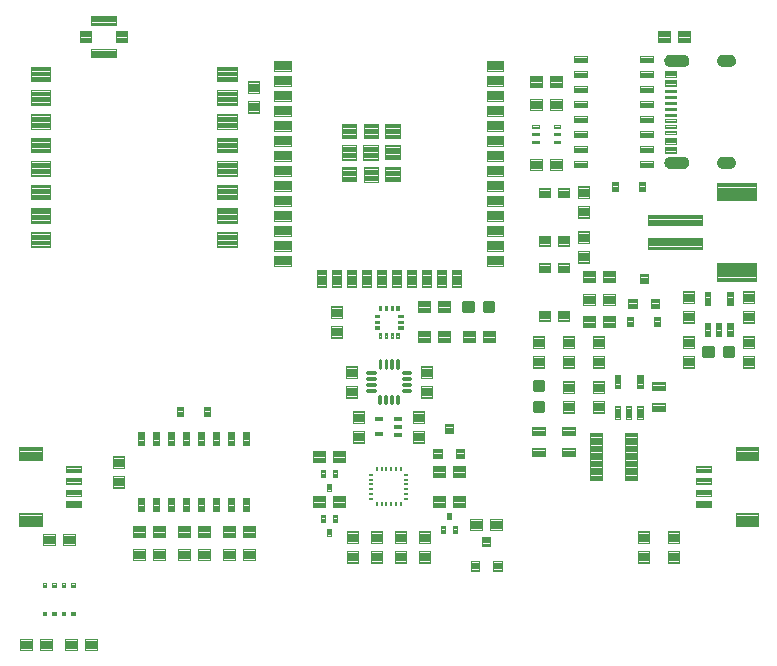
<source format=gtp>
G04 EAGLE Gerber RS-274X export*
G75*
%MOMM*%
%FSLAX34Y34*%
%LPD*%
%INSolderpaste Top*%
%IPPOS*%
%AMOC8*
5,1,8,0,0,1.08239X$1,22.5*%
G01*
%ADD10C,0.099000*%
%ADD11C,0.106400*%
%ADD12C,0.102000*%
%ADD13C,0.100000*%
%ADD14C,0.102869*%
%ADD15C,0.104000*%
%ADD16C,0.100800*%
%ADD17C,0.300000*%
%ADD18C,0.096000*%
%ADD19R,0.450000X0.250000*%
%ADD20R,0.250000X0.450000*%
%ADD21R,0.750000X0.400000*%
%ADD22R,0.685800X0.330200*%
%ADD23C,0.101200*%
%ADD24C,0.225000*%
%ADD25C,0.108000*%

G36*
X568157Y558856D02*
X568157Y558856D01*
X568161Y558852D01*
X569105Y559071D01*
X569111Y559077D01*
X569116Y559075D01*
X569988Y559499D01*
X569991Y559506D01*
X569997Y559504D01*
X570753Y560111D01*
X570755Y560119D01*
X570761Y560119D01*
X571362Y560879D01*
X571362Y560888D01*
X571368Y560889D01*
X571786Y561764D01*
X571784Y561772D01*
X571789Y561774D01*
X572002Y562720D01*
X571999Y562726D01*
X572001Y562728D01*
X572000Y562729D01*
X572003Y562731D01*
X571999Y563700D01*
X571999Y563701D01*
X571980Y564769D01*
X571975Y564776D01*
X571979Y564780D01*
X571723Y565817D01*
X571716Y565822D01*
X571719Y565828D01*
X571238Y566782D01*
X571231Y566786D01*
X571232Y566791D01*
X570551Y567615D01*
X570543Y567616D01*
X570543Y567622D01*
X569696Y568273D01*
X569688Y568273D01*
X569687Y568279D01*
X568716Y568726D01*
X568708Y568724D01*
X568706Y568729D01*
X567660Y568948D01*
X567658Y568947D01*
X567652Y568947D01*
X567650Y568949D01*
X555650Y568949D01*
X555647Y568947D01*
X555644Y568947D01*
X555642Y568949D01*
X554547Y568769D01*
X554541Y568763D01*
X554536Y568766D01*
X553508Y568347D01*
X553504Y568340D01*
X553499Y568342D01*
X552590Y567705D01*
X552588Y567697D01*
X552582Y567697D01*
X551838Y566874D01*
X551837Y566866D01*
X551831Y566865D01*
X551289Y565897D01*
X551290Y565888D01*
X551284Y565886D01*
X550971Y564822D01*
X550974Y564814D01*
X550969Y564811D01*
X550901Y563703D01*
X550905Y563697D01*
X550901Y563693D01*
X551071Y562585D01*
X551077Y562579D01*
X551074Y562574D01*
X551486Y561532D01*
X551493Y561528D01*
X551491Y561523D01*
X552125Y560598D01*
X552133Y560596D01*
X552132Y560590D01*
X552956Y559830D01*
X552964Y559829D01*
X552964Y559823D01*
X553936Y559266D01*
X553944Y559267D01*
X553946Y559261D01*
X555018Y558934D01*
X555026Y558937D01*
X555029Y558932D01*
X556146Y558851D01*
X556149Y558852D01*
X556150Y558851D01*
X568150Y558851D01*
X568157Y558856D01*
G37*
G36*
X567655Y472454D02*
X567655Y472454D01*
X567658Y472451D01*
X568654Y472609D01*
X568660Y472615D01*
X568665Y472612D01*
X569601Y472987D01*
X569605Y472994D01*
X569611Y472992D01*
X570440Y473566D01*
X570443Y473574D01*
X570448Y473573D01*
X571129Y474317D01*
X571130Y474326D01*
X571136Y474326D01*
X571634Y475203D01*
X571633Y475212D01*
X571638Y475214D01*
X571751Y475589D01*
X571929Y476179D01*
X571929Y476180D01*
X571928Y476182D01*
X571926Y476187D01*
X571931Y476190D01*
X571999Y477197D01*
X571998Y477199D01*
X571999Y477200D01*
X571990Y478281D01*
X571985Y478288D01*
X571989Y478292D01*
X571740Y479344D01*
X571733Y479349D01*
X571736Y479354D01*
X571259Y480324D01*
X571251Y480327D01*
X571253Y480333D01*
X570572Y481172D01*
X570564Y481174D01*
X570564Y481180D01*
X569714Y481846D01*
X569705Y481847D01*
X569704Y481852D01*
X568727Y482313D01*
X568719Y482311D01*
X568716Y482317D01*
X567661Y482548D01*
X567658Y482547D01*
X567652Y482547D01*
X567650Y482549D01*
X555650Y482549D01*
X555647Y482547D01*
X555643Y482547D01*
X555642Y482549D01*
X554536Y482356D01*
X554531Y482350D01*
X554526Y482353D01*
X553491Y481920D01*
X553487Y481913D01*
X553482Y481915D01*
X552569Y481262D01*
X552567Y481254D01*
X552561Y481255D01*
X551817Y480416D01*
X551816Y480407D01*
X551811Y480407D01*
X551272Y479423D01*
X551273Y479415D01*
X551268Y479413D01*
X551252Y479359D01*
X551071Y478719D01*
X550961Y478334D01*
X550964Y478327D01*
X550961Y478325D01*
X550961Y478324D01*
X550959Y478323D01*
X550901Y477203D01*
X550904Y477198D01*
X550901Y477195D01*
X551019Y476149D01*
X551025Y476143D01*
X551021Y476138D01*
X551369Y475144D01*
X551376Y475140D01*
X551374Y475135D01*
X551934Y474243D01*
X551941Y474241D01*
X551941Y474235D01*
X552685Y473491D01*
X552693Y473489D01*
X552693Y473484D01*
X553585Y472924D01*
X553593Y472924D01*
X553594Y472919D01*
X554588Y472571D01*
X554596Y472574D01*
X554599Y472569D01*
X555645Y472451D01*
X555648Y472453D01*
X555650Y472451D01*
X567650Y472451D01*
X567655Y472454D01*
G37*
G36*
X606956Y558855D02*
X606956Y558855D01*
X606959Y558852D01*
X608040Y559064D01*
X608045Y559070D01*
X608050Y559067D01*
X609056Y559514D01*
X609060Y559521D01*
X609066Y559519D01*
X609947Y560179D01*
X609950Y560187D01*
X609955Y560187D01*
X610668Y561026D01*
X610668Y561034D01*
X610674Y561035D01*
X611182Y562012D01*
X611181Y562020D01*
X611186Y562022D01*
X611464Y563087D01*
X611461Y563095D01*
X611465Y563098D01*
X611499Y564199D01*
X611496Y564204D01*
X611499Y564207D01*
X611344Y565283D01*
X611338Y565288D01*
X611341Y565293D01*
X610951Y566307D01*
X610944Y566311D01*
X610946Y566317D01*
X610339Y567219D01*
X610331Y567221D01*
X610332Y567227D01*
X609540Y567971D01*
X609532Y567972D01*
X609532Y567978D01*
X608594Y568527D01*
X608586Y568526D01*
X608584Y568532D01*
X607548Y568859D01*
X607540Y568856D01*
X607537Y568861D01*
X606454Y568949D01*
X606451Y568947D01*
X606450Y568949D01*
X600450Y568949D01*
X600447Y568947D01*
X600445Y568947D01*
X600444Y568949D01*
X599311Y568799D01*
X599305Y568793D01*
X599300Y568796D01*
X598230Y568398D01*
X598226Y568391D01*
X598220Y568393D01*
X597265Y567766D01*
X597262Y567758D01*
X597257Y567759D01*
X596465Y566936D01*
X596464Y566928D01*
X596458Y566927D01*
X595869Y565948D01*
X595870Y565940D01*
X595865Y565938D01*
X595509Y564853D01*
X595512Y564845D01*
X595507Y564842D01*
X595401Y563705D01*
X595406Y563696D01*
X595402Y563691D01*
X595609Y562554D01*
X595615Y562548D01*
X595612Y562543D01*
X596067Y561481D01*
X596074Y561477D01*
X596072Y561471D01*
X596752Y560536D01*
X596760Y560534D01*
X596759Y560528D01*
X597630Y559768D01*
X597638Y559768D01*
X597639Y559762D01*
X598658Y559215D01*
X598666Y559216D01*
X598668Y559211D01*
X599782Y558904D01*
X599790Y558907D01*
X599793Y558902D01*
X600948Y558851D01*
X600949Y558852D01*
X600950Y558851D01*
X606950Y558851D01*
X606956Y558855D01*
G37*
G36*
X606454Y472454D02*
X606454Y472454D01*
X606456Y472451D01*
X607589Y472601D01*
X607595Y472607D01*
X607600Y472604D01*
X608670Y473002D01*
X608674Y473009D01*
X608680Y473007D01*
X609635Y473634D01*
X609638Y473642D01*
X609643Y473641D01*
X610435Y474464D01*
X610436Y474472D01*
X610442Y474473D01*
X611031Y475452D01*
X611030Y475460D01*
X611035Y475462D01*
X611391Y476547D01*
X611389Y476555D01*
X611393Y476558D01*
X611499Y477695D01*
X611495Y477702D01*
X611499Y477707D01*
X611354Y478794D01*
X611348Y478800D01*
X611351Y478805D01*
X610968Y479833D01*
X610961Y479838D01*
X610963Y479843D01*
X610360Y480760D01*
X610352Y480763D01*
X610353Y480769D01*
X609561Y481529D01*
X609553Y481530D01*
X609552Y481536D01*
X608611Y482100D01*
X608603Y482099D01*
X608601Y482105D01*
X607558Y482446D01*
X607550Y482444D01*
X607547Y482448D01*
X606455Y482549D01*
X606452Y482547D01*
X606450Y482549D01*
X600450Y482549D01*
X600447Y482547D01*
X600446Y482549D01*
X599353Y482448D01*
X599347Y482443D01*
X599342Y482446D01*
X598299Y482105D01*
X598294Y482098D01*
X598289Y482100D01*
X597348Y481536D01*
X597345Y481528D01*
X597339Y481529D01*
X596547Y480769D01*
X596546Y480761D01*
X596540Y480760D01*
X595938Y479843D01*
X595938Y479835D01*
X595933Y479833D01*
X595549Y478805D01*
X595551Y478797D01*
X595546Y478794D01*
X595401Y477707D01*
X595405Y477699D01*
X595401Y477695D01*
X595507Y476558D01*
X595512Y476552D01*
X595509Y476547D01*
X595865Y475462D01*
X595872Y475457D01*
X595869Y475452D01*
X596458Y474473D01*
X596466Y474470D01*
X596465Y474464D01*
X597257Y473641D01*
X597265Y473640D01*
X597265Y473634D01*
X598220Y473007D01*
X598228Y473008D01*
X598230Y473002D01*
X599300Y472604D01*
X599308Y472606D01*
X599311Y472601D01*
X600444Y472451D01*
X600448Y472454D01*
X600450Y472451D01*
X606450Y472451D01*
X606454Y472454D01*
G37*
D10*
X234505Y563605D02*
X234505Y555595D01*
X220495Y555595D01*
X220495Y563605D01*
X234505Y563605D01*
X234505Y556535D02*
X220495Y556535D01*
X220495Y557475D02*
X234505Y557475D01*
X234505Y558415D02*
X220495Y558415D01*
X220495Y559355D02*
X234505Y559355D01*
X234505Y560295D02*
X220495Y560295D01*
X220495Y561235D02*
X234505Y561235D01*
X234505Y562175D02*
X220495Y562175D01*
X220495Y563115D02*
X234505Y563115D01*
X234505Y550905D02*
X234505Y542895D01*
X220495Y542895D01*
X220495Y550905D01*
X234505Y550905D01*
X234505Y543835D02*
X220495Y543835D01*
X220495Y544775D02*
X234505Y544775D01*
X234505Y545715D02*
X220495Y545715D01*
X220495Y546655D02*
X234505Y546655D01*
X234505Y547595D02*
X220495Y547595D01*
X220495Y548535D02*
X234505Y548535D01*
X234505Y549475D02*
X220495Y549475D01*
X220495Y550415D02*
X234505Y550415D01*
X234505Y538205D02*
X234505Y530195D01*
X220495Y530195D01*
X220495Y538205D01*
X234505Y538205D01*
X234505Y531135D02*
X220495Y531135D01*
X220495Y532075D02*
X234505Y532075D01*
X234505Y533015D02*
X220495Y533015D01*
X220495Y533955D02*
X234505Y533955D01*
X234505Y534895D02*
X220495Y534895D01*
X220495Y535835D02*
X234505Y535835D01*
X234505Y536775D02*
X220495Y536775D01*
X220495Y537715D02*
X234505Y537715D01*
X234505Y525505D02*
X234505Y517495D01*
X220495Y517495D01*
X220495Y525505D01*
X234505Y525505D01*
X234505Y518435D02*
X220495Y518435D01*
X220495Y519375D02*
X234505Y519375D01*
X234505Y520315D02*
X220495Y520315D01*
X220495Y521255D02*
X234505Y521255D01*
X234505Y522195D02*
X220495Y522195D01*
X220495Y523135D02*
X234505Y523135D01*
X234505Y524075D02*
X220495Y524075D01*
X220495Y525015D02*
X234505Y525015D01*
X234505Y512805D02*
X234505Y504795D01*
X220495Y504795D01*
X220495Y512805D01*
X234505Y512805D01*
X234505Y505735D02*
X220495Y505735D01*
X220495Y506675D02*
X234505Y506675D01*
X234505Y507615D02*
X220495Y507615D01*
X220495Y508555D02*
X234505Y508555D01*
X234505Y509495D02*
X220495Y509495D01*
X220495Y510435D02*
X234505Y510435D01*
X234505Y511375D02*
X220495Y511375D01*
X220495Y512315D02*
X234505Y512315D01*
X234505Y500105D02*
X234505Y492095D01*
X220495Y492095D01*
X220495Y500105D01*
X234505Y500105D01*
X234505Y493035D02*
X220495Y493035D01*
X220495Y493975D02*
X234505Y493975D01*
X234505Y494915D02*
X220495Y494915D01*
X220495Y495855D02*
X234505Y495855D01*
X234505Y496795D02*
X220495Y496795D01*
X220495Y497735D02*
X234505Y497735D01*
X234505Y498675D02*
X220495Y498675D01*
X220495Y499615D02*
X234505Y499615D01*
X234505Y487405D02*
X234505Y479395D01*
X220495Y479395D01*
X220495Y487405D01*
X234505Y487405D01*
X234505Y480335D02*
X220495Y480335D01*
X220495Y481275D02*
X234505Y481275D01*
X234505Y482215D02*
X220495Y482215D01*
X220495Y483155D02*
X234505Y483155D01*
X234505Y484095D02*
X220495Y484095D01*
X220495Y485035D02*
X234505Y485035D01*
X234505Y485975D02*
X220495Y485975D01*
X220495Y486915D02*
X234505Y486915D01*
X234505Y474705D02*
X234505Y466695D01*
X220495Y466695D01*
X220495Y474705D01*
X234505Y474705D01*
X234505Y467635D02*
X220495Y467635D01*
X220495Y468575D02*
X234505Y468575D01*
X234505Y469515D02*
X220495Y469515D01*
X220495Y470455D02*
X234505Y470455D01*
X234505Y471395D02*
X220495Y471395D01*
X220495Y472335D02*
X234505Y472335D01*
X234505Y473275D02*
X220495Y473275D01*
X220495Y474215D02*
X234505Y474215D01*
X234505Y462005D02*
X234505Y453995D01*
X220495Y453995D01*
X220495Y462005D01*
X234505Y462005D01*
X234505Y454935D02*
X220495Y454935D01*
X220495Y455875D02*
X234505Y455875D01*
X234505Y456815D02*
X220495Y456815D01*
X220495Y457755D02*
X234505Y457755D01*
X234505Y458695D02*
X220495Y458695D01*
X220495Y459635D02*
X234505Y459635D01*
X234505Y460575D02*
X220495Y460575D01*
X220495Y461515D02*
X234505Y461515D01*
X234505Y449305D02*
X234505Y441295D01*
X220495Y441295D01*
X220495Y449305D01*
X234505Y449305D01*
X234505Y442235D02*
X220495Y442235D01*
X220495Y443175D02*
X234505Y443175D01*
X234505Y444115D02*
X220495Y444115D01*
X220495Y445055D02*
X234505Y445055D01*
X234505Y445995D02*
X220495Y445995D01*
X220495Y446935D02*
X234505Y446935D01*
X234505Y447875D02*
X220495Y447875D01*
X220495Y448815D02*
X234505Y448815D01*
X234505Y436605D02*
X234505Y428595D01*
X220495Y428595D01*
X220495Y436605D01*
X234505Y436605D01*
X234505Y429535D02*
X220495Y429535D01*
X220495Y430475D02*
X234505Y430475D01*
X234505Y431415D02*
X220495Y431415D01*
X220495Y432355D02*
X234505Y432355D01*
X234505Y433295D02*
X220495Y433295D01*
X220495Y434235D02*
X234505Y434235D01*
X234505Y435175D02*
X220495Y435175D01*
X220495Y436115D02*
X234505Y436115D01*
X234505Y423905D02*
X234505Y415895D01*
X220495Y415895D01*
X220495Y423905D01*
X234505Y423905D01*
X234505Y416835D02*
X220495Y416835D01*
X220495Y417775D02*
X234505Y417775D01*
X234505Y418715D02*
X220495Y418715D01*
X220495Y419655D02*
X234505Y419655D01*
X234505Y420595D02*
X220495Y420595D01*
X220495Y421535D02*
X234505Y421535D01*
X234505Y422475D02*
X220495Y422475D01*
X220495Y423415D02*
X234505Y423415D01*
X234505Y411205D02*
X234505Y403195D01*
X220495Y403195D01*
X220495Y411205D01*
X234505Y411205D01*
X234505Y404135D02*
X220495Y404135D01*
X220495Y405075D02*
X234505Y405075D01*
X234505Y406015D02*
X220495Y406015D01*
X220495Y406955D02*
X234505Y406955D01*
X234505Y407895D02*
X220495Y407895D01*
X220495Y408835D02*
X234505Y408835D01*
X234505Y409775D02*
X220495Y409775D01*
X220495Y410715D02*
X234505Y410715D01*
X234505Y398505D02*
X234505Y390495D01*
X220495Y390495D01*
X220495Y398505D01*
X234505Y398505D01*
X234505Y391435D02*
X220495Y391435D01*
X220495Y392375D02*
X234505Y392375D01*
X234505Y393315D02*
X220495Y393315D01*
X220495Y394255D02*
X234505Y394255D01*
X234505Y395195D02*
X220495Y395195D01*
X220495Y396135D02*
X234505Y396135D01*
X234505Y397075D02*
X220495Y397075D01*
X220495Y398015D02*
X234505Y398015D01*
X256345Y386605D02*
X264355Y386605D01*
X264355Y372595D01*
X256345Y372595D01*
X256345Y386605D01*
X256345Y373535D02*
X264355Y373535D01*
X264355Y374475D02*
X256345Y374475D01*
X256345Y375415D02*
X264355Y375415D01*
X264355Y376355D02*
X256345Y376355D01*
X256345Y377295D02*
X264355Y377295D01*
X264355Y378235D02*
X256345Y378235D01*
X256345Y379175D02*
X264355Y379175D01*
X264355Y380115D02*
X256345Y380115D01*
X256345Y381055D02*
X264355Y381055D01*
X264355Y381995D02*
X256345Y381995D01*
X256345Y382935D02*
X264355Y382935D01*
X264355Y383875D02*
X256345Y383875D01*
X256345Y384815D02*
X264355Y384815D01*
X264355Y385755D02*
X256345Y385755D01*
X269045Y386605D02*
X277055Y386605D01*
X277055Y372595D01*
X269045Y372595D01*
X269045Y386605D01*
X269045Y373535D02*
X277055Y373535D01*
X277055Y374475D02*
X269045Y374475D01*
X269045Y375415D02*
X277055Y375415D01*
X277055Y376355D02*
X269045Y376355D01*
X269045Y377295D02*
X277055Y377295D01*
X277055Y378235D02*
X269045Y378235D01*
X269045Y379175D02*
X277055Y379175D01*
X277055Y380115D02*
X269045Y380115D01*
X269045Y381055D02*
X277055Y381055D01*
X277055Y381995D02*
X269045Y381995D01*
X269045Y382935D02*
X277055Y382935D01*
X277055Y383875D02*
X269045Y383875D01*
X269045Y384815D02*
X277055Y384815D01*
X277055Y385755D02*
X269045Y385755D01*
X281745Y386605D02*
X289755Y386605D01*
X289755Y372595D01*
X281745Y372595D01*
X281745Y386605D01*
X281745Y373535D02*
X289755Y373535D01*
X289755Y374475D02*
X281745Y374475D01*
X281745Y375415D02*
X289755Y375415D01*
X289755Y376355D02*
X281745Y376355D01*
X281745Y377295D02*
X289755Y377295D01*
X289755Y378235D02*
X281745Y378235D01*
X281745Y379175D02*
X289755Y379175D01*
X289755Y380115D02*
X281745Y380115D01*
X281745Y381055D02*
X289755Y381055D01*
X289755Y381995D02*
X281745Y381995D01*
X281745Y382935D02*
X289755Y382935D01*
X289755Y383875D02*
X281745Y383875D01*
X281745Y384815D02*
X289755Y384815D01*
X289755Y385755D02*
X281745Y385755D01*
X294445Y386605D02*
X302455Y386605D01*
X302455Y372595D01*
X294445Y372595D01*
X294445Y386605D01*
X294445Y373535D02*
X302455Y373535D01*
X302455Y374475D02*
X294445Y374475D01*
X294445Y375415D02*
X302455Y375415D01*
X302455Y376355D02*
X294445Y376355D01*
X294445Y377295D02*
X302455Y377295D01*
X302455Y378235D02*
X294445Y378235D01*
X294445Y379175D02*
X302455Y379175D01*
X302455Y380115D02*
X294445Y380115D01*
X294445Y381055D02*
X302455Y381055D01*
X302455Y381995D02*
X294445Y381995D01*
X294445Y382935D02*
X302455Y382935D01*
X302455Y383875D02*
X294445Y383875D01*
X294445Y384815D02*
X302455Y384815D01*
X302455Y385755D02*
X294445Y385755D01*
X307145Y386605D02*
X315155Y386605D01*
X315155Y372595D01*
X307145Y372595D01*
X307145Y386605D01*
X307145Y373535D02*
X315155Y373535D01*
X315155Y374475D02*
X307145Y374475D01*
X307145Y375415D02*
X315155Y375415D01*
X315155Y376355D02*
X307145Y376355D01*
X307145Y377295D02*
X315155Y377295D01*
X315155Y378235D02*
X307145Y378235D01*
X307145Y379175D02*
X315155Y379175D01*
X315155Y380115D02*
X307145Y380115D01*
X307145Y381055D02*
X315155Y381055D01*
X315155Y381995D02*
X307145Y381995D01*
X307145Y382935D02*
X315155Y382935D01*
X315155Y383875D02*
X307145Y383875D01*
X307145Y384815D02*
X315155Y384815D01*
X315155Y385755D02*
X307145Y385755D01*
X319845Y386605D02*
X327855Y386605D01*
X327855Y372595D01*
X319845Y372595D01*
X319845Y386605D01*
X319845Y373535D02*
X327855Y373535D01*
X327855Y374475D02*
X319845Y374475D01*
X319845Y375415D02*
X327855Y375415D01*
X327855Y376355D02*
X319845Y376355D01*
X319845Y377295D02*
X327855Y377295D01*
X327855Y378235D02*
X319845Y378235D01*
X319845Y379175D02*
X327855Y379175D01*
X327855Y380115D02*
X319845Y380115D01*
X319845Y381055D02*
X327855Y381055D01*
X327855Y381995D02*
X319845Y381995D01*
X319845Y382935D02*
X327855Y382935D01*
X327855Y383875D02*
X319845Y383875D01*
X319845Y384815D02*
X327855Y384815D01*
X327855Y385755D02*
X319845Y385755D01*
X332545Y386605D02*
X340555Y386605D01*
X340555Y372595D01*
X332545Y372595D01*
X332545Y386605D01*
X332545Y373535D02*
X340555Y373535D01*
X340555Y374475D02*
X332545Y374475D01*
X332545Y375415D02*
X340555Y375415D01*
X340555Y376355D02*
X332545Y376355D01*
X332545Y377295D02*
X340555Y377295D01*
X340555Y378235D02*
X332545Y378235D01*
X332545Y379175D02*
X340555Y379175D01*
X340555Y380115D02*
X332545Y380115D01*
X332545Y381055D02*
X340555Y381055D01*
X340555Y381995D02*
X332545Y381995D01*
X332545Y382935D02*
X340555Y382935D01*
X340555Y383875D02*
X332545Y383875D01*
X332545Y384815D02*
X340555Y384815D01*
X340555Y385755D02*
X332545Y385755D01*
X345245Y386605D02*
X353255Y386605D01*
X353255Y372595D01*
X345245Y372595D01*
X345245Y386605D01*
X345245Y373535D02*
X353255Y373535D01*
X353255Y374475D02*
X345245Y374475D01*
X345245Y375415D02*
X353255Y375415D01*
X353255Y376355D02*
X345245Y376355D01*
X345245Y377295D02*
X353255Y377295D01*
X353255Y378235D02*
X345245Y378235D01*
X345245Y379175D02*
X353255Y379175D01*
X353255Y380115D02*
X345245Y380115D01*
X345245Y381055D02*
X353255Y381055D01*
X353255Y381995D02*
X345245Y381995D01*
X345245Y382935D02*
X353255Y382935D01*
X353255Y383875D02*
X345245Y383875D01*
X345245Y384815D02*
X353255Y384815D01*
X353255Y385755D02*
X345245Y385755D01*
X357945Y386605D02*
X365955Y386605D01*
X365955Y372595D01*
X357945Y372595D01*
X357945Y386605D01*
X357945Y373535D02*
X365955Y373535D01*
X365955Y374475D02*
X357945Y374475D01*
X357945Y375415D02*
X365955Y375415D01*
X365955Y376355D02*
X357945Y376355D01*
X357945Y377295D02*
X365955Y377295D01*
X365955Y378235D02*
X357945Y378235D01*
X357945Y379175D02*
X365955Y379175D01*
X365955Y380115D02*
X357945Y380115D01*
X357945Y381055D02*
X365955Y381055D01*
X365955Y381995D02*
X357945Y381995D01*
X357945Y382935D02*
X365955Y382935D01*
X365955Y383875D02*
X357945Y383875D01*
X357945Y384815D02*
X365955Y384815D01*
X365955Y385755D02*
X357945Y385755D01*
X370645Y386605D02*
X378655Y386605D01*
X378655Y372595D01*
X370645Y372595D01*
X370645Y386605D01*
X370645Y373535D02*
X378655Y373535D01*
X378655Y374475D02*
X370645Y374475D01*
X370645Y375415D02*
X378655Y375415D01*
X378655Y376355D02*
X370645Y376355D01*
X370645Y377295D02*
X378655Y377295D01*
X378655Y378235D02*
X370645Y378235D01*
X370645Y379175D02*
X378655Y379175D01*
X378655Y380115D02*
X370645Y380115D01*
X370645Y381055D02*
X378655Y381055D01*
X378655Y381995D02*
X370645Y381995D01*
X370645Y382935D02*
X378655Y382935D01*
X378655Y383875D02*
X370645Y383875D01*
X370645Y384815D02*
X378655Y384815D01*
X378655Y385755D02*
X370645Y385755D01*
X414505Y390495D02*
X414505Y398505D01*
X414505Y390495D02*
X400495Y390495D01*
X400495Y398505D01*
X414505Y398505D01*
X414505Y391435D02*
X400495Y391435D01*
X400495Y392375D02*
X414505Y392375D01*
X414505Y393315D02*
X400495Y393315D01*
X400495Y394255D02*
X414505Y394255D01*
X414505Y395195D02*
X400495Y395195D01*
X400495Y396135D02*
X414505Y396135D01*
X414505Y397075D02*
X400495Y397075D01*
X400495Y398015D02*
X414505Y398015D01*
X414505Y403195D02*
X414505Y411205D01*
X414505Y403195D02*
X400495Y403195D01*
X400495Y411205D01*
X414505Y411205D01*
X414505Y404135D02*
X400495Y404135D01*
X400495Y405075D02*
X414505Y405075D01*
X414505Y406015D02*
X400495Y406015D01*
X400495Y406955D02*
X414505Y406955D01*
X414505Y407895D02*
X400495Y407895D01*
X400495Y408835D02*
X414505Y408835D01*
X414505Y409775D02*
X400495Y409775D01*
X400495Y410715D02*
X414505Y410715D01*
X414505Y415895D02*
X414505Y423905D01*
X414505Y415895D02*
X400495Y415895D01*
X400495Y423905D01*
X414505Y423905D01*
X414505Y416835D02*
X400495Y416835D01*
X400495Y417775D02*
X414505Y417775D01*
X414505Y418715D02*
X400495Y418715D01*
X400495Y419655D02*
X414505Y419655D01*
X414505Y420595D02*
X400495Y420595D01*
X400495Y421535D02*
X414505Y421535D01*
X414505Y422475D02*
X400495Y422475D01*
X400495Y423415D02*
X414505Y423415D01*
X414505Y428595D02*
X414505Y436605D01*
X414505Y428595D02*
X400495Y428595D01*
X400495Y436605D01*
X414505Y436605D01*
X414505Y429535D02*
X400495Y429535D01*
X400495Y430475D02*
X414505Y430475D01*
X414505Y431415D02*
X400495Y431415D01*
X400495Y432355D02*
X414505Y432355D01*
X414505Y433295D02*
X400495Y433295D01*
X400495Y434235D02*
X414505Y434235D01*
X414505Y435175D02*
X400495Y435175D01*
X400495Y436115D02*
X414505Y436115D01*
X414505Y441295D02*
X414505Y449305D01*
X414505Y441295D02*
X400495Y441295D01*
X400495Y449305D01*
X414505Y449305D01*
X414505Y442235D02*
X400495Y442235D01*
X400495Y443175D02*
X414505Y443175D01*
X414505Y444115D02*
X400495Y444115D01*
X400495Y445055D02*
X414505Y445055D01*
X414505Y445995D02*
X400495Y445995D01*
X400495Y446935D02*
X414505Y446935D01*
X414505Y447875D02*
X400495Y447875D01*
X400495Y448815D02*
X414505Y448815D01*
X414505Y453995D02*
X414505Y462005D01*
X414505Y453995D02*
X400495Y453995D01*
X400495Y462005D01*
X414505Y462005D01*
X414505Y454935D02*
X400495Y454935D01*
X400495Y455875D02*
X414505Y455875D01*
X414505Y456815D02*
X400495Y456815D01*
X400495Y457755D02*
X414505Y457755D01*
X414505Y458695D02*
X400495Y458695D01*
X400495Y459635D02*
X414505Y459635D01*
X414505Y460575D02*
X400495Y460575D01*
X400495Y461515D02*
X414505Y461515D01*
X414505Y466695D02*
X414505Y474705D01*
X414505Y466695D02*
X400495Y466695D01*
X400495Y474705D01*
X414505Y474705D01*
X414505Y467635D02*
X400495Y467635D01*
X400495Y468575D02*
X414505Y468575D01*
X414505Y469515D02*
X400495Y469515D01*
X400495Y470455D02*
X414505Y470455D01*
X414505Y471395D02*
X400495Y471395D01*
X400495Y472335D02*
X414505Y472335D01*
X414505Y473275D02*
X400495Y473275D01*
X400495Y474215D02*
X414505Y474215D01*
X414505Y479395D02*
X414505Y487405D01*
X414505Y479395D02*
X400495Y479395D01*
X400495Y487405D01*
X414505Y487405D01*
X414505Y480335D02*
X400495Y480335D01*
X400495Y481275D02*
X414505Y481275D01*
X414505Y482215D02*
X400495Y482215D01*
X400495Y483155D02*
X414505Y483155D01*
X414505Y484095D02*
X400495Y484095D01*
X400495Y485035D02*
X414505Y485035D01*
X414505Y485975D02*
X400495Y485975D01*
X400495Y486915D02*
X414505Y486915D01*
X414505Y492095D02*
X414505Y500105D01*
X414505Y492095D02*
X400495Y492095D01*
X400495Y500105D01*
X414505Y500105D01*
X414505Y493035D02*
X400495Y493035D01*
X400495Y493975D02*
X414505Y493975D01*
X414505Y494915D02*
X400495Y494915D01*
X400495Y495855D02*
X414505Y495855D01*
X414505Y496795D02*
X400495Y496795D01*
X400495Y497735D02*
X414505Y497735D01*
X414505Y498675D02*
X400495Y498675D01*
X400495Y499615D02*
X414505Y499615D01*
X414505Y504795D02*
X414505Y512805D01*
X414505Y504795D02*
X400495Y504795D01*
X400495Y512805D01*
X414505Y512805D01*
X414505Y505735D02*
X400495Y505735D01*
X400495Y506675D02*
X414505Y506675D01*
X414505Y507615D02*
X400495Y507615D01*
X400495Y508555D02*
X414505Y508555D01*
X414505Y509495D02*
X400495Y509495D01*
X400495Y510435D02*
X414505Y510435D01*
X414505Y511375D02*
X400495Y511375D01*
X400495Y512315D02*
X414505Y512315D01*
X414505Y517495D02*
X414505Y525505D01*
X414505Y517495D02*
X400495Y517495D01*
X400495Y525505D01*
X414505Y525505D01*
X414505Y518435D02*
X400495Y518435D01*
X400495Y519375D02*
X414505Y519375D01*
X414505Y520315D02*
X400495Y520315D01*
X400495Y521255D02*
X414505Y521255D01*
X414505Y522195D02*
X400495Y522195D01*
X400495Y523135D02*
X414505Y523135D01*
X414505Y524075D02*
X400495Y524075D01*
X400495Y525015D02*
X414505Y525015D01*
X414505Y530195D02*
X414505Y538205D01*
X414505Y530195D02*
X400495Y530195D01*
X400495Y538205D01*
X414505Y538205D01*
X414505Y531135D02*
X400495Y531135D01*
X400495Y532075D02*
X414505Y532075D01*
X414505Y533015D02*
X400495Y533015D01*
X400495Y533955D02*
X414505Y533955D01*
X414505Y534895D02*
X400495Y534895D01*
X400495Y535835D02*
X414505Y535835D01*
X414505Y536775D02*
X400495Y536775D01*
X400495Y537715D02*
X414505Y537715D01*
X414505Y542895D02*
X414505Y550905D01*
X414505Y542895D02*
X400495Y542895D01*
X400495Y550905D01*
X414505Y550905D01*
X414505Y543835D02*
X400495Y543835D01*
X400495Y544775D02*
X414505Y544775D01*
X414505Y545715D02*
X400495Y545715D01*
X400495Y546655D02*
X414505Y546655D01*
X414505Y547595D02*
X400495Y547595D01*
X400495Y548535D02*
X414505Y548535D01*
X414505Y549475D02*
X400495Y549475D01*
X400495Y550415D02*
X414505Y550415D01*
X414505Y555595D02*
X414505Y563605D01*
X414505Y555595D02*
X400495Y555595D01*
X400495Y563605D01*
X414505Y563605D01*
X414505Y556535D02*
X400495Y556535D01*
X400495Y557475D02*
X414505Y557475D01*
X414505Y558415D02*
X400495Y558415D01*
X400495Y559355D02*
X414505Y559355D01*
X414505Y560295D02*
X400495Y560295D01*
X400495Y561235D02*
X414505Y561235D01*
X414505Y562175D02*
X400495Y562175D01*
X400495Y563115D02*
X414505Y563115D01*
D11*
X308308Y492298D02*
X308308Y480062D01*
X296072Y480062D01*
X296072Y492298D01*
X308308Y492298D01*
X308308Y481073D02*
X296072Y481073D01*
X296072Y482084D02*
X308308Y482084D01*
X308308Y483095D02*
X296072Y483095D01*
X296072Y484106D02*
X308308Y484106D01*
X308308Y485117D02*
X296072Y485117D01*
X296072Y486128D02*
X308308Y486128D01*
X308308Y487139D02*
X296072Y487139D01*
X296072Y488150D02*
X308308Y488150D01*
X308308Y489161D02*
X296072Y489161D01*
X296072Y490172D02*
X308308Y490172D01*
X308308Y491183D02*
X296072Y491183D01*
X296072Y492194D02*
X308308Y492194D01*
X326758Y498272D02*
X326758Y510508D01*
X326758Y498272D02*
X314522Y498272D01*
X314522Y510508D01*
X326758Y510508D01*
X326758Y499283D02*
X314522Y499283D01*
X314522Y500294D02*
X326758Y500294D01*
X326758Y501305D02*
X314522Y501305D01*
X314522Y502316D02*
X326758Y502316D01*
X326758Y503327D02*
X314522Y503327D01*
X314522Y504338D02*
X326758Y504338D01*
X326758Y505349D02*
X314522Y505349D01*
X314522Y506360D02*
X326758Y506360D01*
X326758Y507371D02*
X314522Y507371D01*
X314522Y508382D02*
X326758Y508382D01*
X326758Y509393D02*
X314522Y509393D01*
X314522Y510404D02*
X326758Y510404D01*
X308458Y510508D02*
X308458Y498272D01*
X296222Y498272D01*
X296222Y510508D01*
X308458Y510508D01*
X308458Y499283D02*
X296222Y499283D01*
X296222Y500294D02*
X308458Y500294D01*
X308458Y501305D02*
X296222Y501305D01*
X296222Y502316D02*
X308458Y502316D01*
X308458Y503327D02*
X296222Y503327D01*
X296222Y504338D02*
X308458Y504338D01*
X308458Y505349D02*
X296222Y505349D01*
X296222Y506360D02*
X308458Y506360D01*
X308458Y507371D02*
X296222Y507371D01*
X296222Y508382D02*
X308458Y508382D01*
X308458Y509393D02*
X296222Y509393D01*
X296222Y510404D02*
X308458Y510404D01*
X290158Y510508D02*
X290158Y498272D01*
X277922Y498272D01*
X277922Y510508D01*
X290158Y510508D01*
X290158Y499283D02*
X277922Y499283D01*
X277922Y500294D02*
X290158Y500294D01*
X290158Y501305D02*
X277922Y501305D01*
X277922Y502316D02*
X290158Y502316D01*
X290158Y503327D02*
X277922Y503327D01*
X277922Y504338D02*
X290158Y504338D01*
X290158Y505349D02*
X277922Y505349D01*
X277922Y506360D02*
X290158Y506360D01*
X290158Y507371D02*
X277922Y507371D01*
X277922Y508382D02*
X290158Y508382D01*
X290158Y509393D02*
X277922Y509393D01*
X277922Y510404D02*
X290158Y510404D01*
X290158Y492208D02*
X290158Y479972D01*
X277922Y479972D01*
X277922Y492208D01*
X290158Y492208D01*
X290158Y480983D02*
X277922Y480983D01*
X277922Y481994D02*
X290158Y481994D01*
X290158Y483005D02*
X277922Y483005D01*
X277922Y484016D02*
X290158Y484016D01*
X290158Y485027D02*
X277922Y485027D01*
X277922Y486038D02*
X290158Y486038D01*
X290158Y487049D02*
X277922Y487049D01*
X277922Y488060D02*
X290158Y488060D01*
X290158Y489071D02*
X277922Y489071D01*
X277922Y490082D02*
X290158Y490082D01*
X290158Y491093D02*
X277922Y491093D01*
X277922Y492104D02*
X290158Y492104D01*
X326858Y492508D02*
X326858Y480272D01*
X314622Y480272D01*
X314622Y492508D01*
X326858Y492508D01*
X326858Y481283D02*
X314622Y481283D01*
X314622Y482294D02*
X326858Y482294D01*
X326858Y483305D02*
X314622Y483305D01*
X314622Y484316D02*
X326858Y484316D01*
X326858Y485327D02*
X314622Y485327D01*
X314622Y486338D02*
X326858Y486338D01*
X326858Y487349D02*
X314622Y487349D01*
X314622Y488360D02*
X326858Y488360D01*
X326858Y489371D02*
X314622Y489371D01*
X314622Y490382D02*
X326858Y490382D01*
X326858Y491393D02*
X314622Y491393D01*
X314622Y492404D02*
X326858Y492404D01*
X326758Y473908D02*
X326758Y461672D01*
X314522Y461672D01*
X314522Y473908D01*
X326758Y473908D01*
X326758Y462683D02*
X314522Y462683D01*
X314522Y463694D02*
X326758Y463694D01*
X326758Y464705D02*
X314522Y464705D01*
X314522Y465716D02*
X326758Y465716D01*
X326758Y466727D02*
X314522Y466727D01*
X314522Y467738D02*
X326758Y467738D01*
X326758Y468749D02*
X314522Y468749D01*
X314522Y469760D02*
X326758Y469760D01*
X326758Y470771D02*
X314522Y470771D01*
X314522Y471782D02*
X326758Y471782D01*
X326758Y472793D02*
X314522Y472793D01*
X314522Y473804D02*
X326758Y473804D01*
X308458Y473808D02*
X308458Y461572D01*
X296222Y461572D01*
X296222Y473808D01*
X308458Y473808D01*
X308458Y462583D02*
X296222Y462583D01*
X296222Y463594D02*
X308458Y463594D01*
X308458Y464605D02*
X296222Y464605D01*
X296222Y465616D02*
X308458Y465616D01*
X308458Y466627D02*
X296222Y466627D01*
X296222Y467638D02*
X308458Y467638D01*
X308458Y468649D02*
X296222Y468649D01*
X296222Y469660D02*
X308458Y469660D01*
X308458Y470671D02*
X296222Y470671D01*
X296222Y471682D02*
X308458Y471682D01*
X308458Y472693D02*
X296222Y472693D01*
X296222Y473704D02*
X308458Y473704D01*
X290158Y473908D02*
X290158Y461672D01*
X277922Y461672D01*
X277922Y473908D01*
X290158Y473908D01*
X290158Y462683D02*
X277922Y462683D01*
X277922Y463694D02*
X290158Y463694D01*
X290158Y464705D02*
X277922Y464705D01*
X277922Y465716D02*
X290158Y465716D01*
X290158Y466727D02*
X277922Y466727D01*
X277922Y467738D02*
X290158Y467738D01*
X290158Y468749D02*
X277922Y468749D01*
X277922Y469760D02*
X290158Y469760D01*
X290158Y470771D02*
X277922Y470771D01*
X277922Y471782D02*
X290158Y471782D01*
X290158Y472793D02*
X277922Y472793D01*
X277922Y473804D02*
X290158Y473804D01*
D12*
X560340Y527210D02*
X560340Y529190D01*
X560340Y527210D02*
X551360Y527210D01*
X551360Y529190D01*
X560340Y529190D01*
X560340Y528179D02*
X551360Y528179D01*
X551360Y529148D02*
X560340Y529148D01*
X560340Y524190D02*
X560340Y522210D01*
X551360Y522210D01*
X551360Y524190D01*
X560340Y524190D01*
X560340Y523179D02*
X551360Y523179D01*
X551360Y524148D02*
X560340Y524148D01*
X560340Y550460D02*
X560340Y555440D01*
X560340Y550460D02*
X551360Y550460D01*
X551360Y555440D01*
X560340Y555440D01*
X560340Y551429D02*
X551360Y551429D01*
X551360Y552398D02*
X560340Y552398D01*
X560340Y553367D02*
X551360Y553367D01*
X551360Y554336D02*
X560340Y554336D01*
X560340Y555305D02*
X551360Y555305D01*
X560340Y547690D02*
X560340Y542710D01*
X551360Y542710D01*
X551360Y547690D01*
X560340Y547690D01*
X560340Y543679D02*
X551360Y543679D01*
X551360Y544648D02*
X560340Y544648D01*
X560340Y545617D02*
X551360Y545617D01*
X551360Y546586D02*
X560340Y546586D01*
X560340Y547555D02*
X551360Y547555D01*
X560340Y539190D02*
X560340Y537210D01*
X551360Y537210D01*
X551360Y539190D01*
X560340Y539190D01*
X560340Y538179D02*
X551360Y538179D01*
X551360Y539148D02*
X560340Y539148D01*
X560340Y534190D02*
X560340Y532210D01*
X551360Y532210D01*
X551360Y534190D01*
X560340Y534190D01*
X560340Y533179D02*
X551360Y533179D01*
X551360Y534148D02*
X560340Y534148D01*
X551360Y514190D02*
X551360Y512210D01*
X551360Y514190D02*
X560340Y514190D01*
X560340Y512210D01*
X551360Y512210D01*
X551360Y513179D02*
X560340Y513179D01*
X560340Y514148D02*
X551360Y514148D01*
X551360Y517210D02*
X551360Y519190D01*
X560340Y519190D01*
X560340Y517210D01*
X551360Y517210D01*
X551360Y518179D02*
X560340Y518179D01*
X560340Y519148D02*
X551360Y519148D01*
X551360Y490940D02*
X551360Y485960D01*
X551360Y490940D02*
X560340Y490940D01*
X560340Y485960D01*
X551360Y485960D01*
X551360Y486929D02*
X560340Y486929D01*
X560340Y487898D02*
X551360Y487898D01*
X551360Y488867D02*
X560340Y488867D01*
X560340Y489836D02*
X551360Y489836D01*
X551360Y490805D02*
X560340Y490805D01*
X551360Y493710D02*
X551360Y498690D01*
X560340Y498690D01*
X560340Y493710D01*
X551360Y493710D01*
X551360Y494679D02*
X560340Y494679D01*
X560340Y495648D02*
X551360Y495648D01*
X551360Y496617D02*
X560340Y496617D01*
X560340Y497586D02*
X551360Y497586D01*
X551360Y498555D02*
X560340Y498555D01*
X551360Y502210D02*
X551360Y504190D01*
X560340Y504190D01*
X560340Y502210D01*
X551360Y502210D01*
X551360Y503179D02*
X560340Y503179D01*
X560340Y504148D02*
X551360Y504148D01*
X551360Y507210D02*
X551360Y509190D01*
X560340Y509190D01*
X560340Y507210D01*
X551360Y507210D01*
X551360Y508179D02*
X560340Y508179D01*
X560340Y509148D02*
X551360Y509148D01*
D13*
X478100Y458000D02*
X478100Y448000D01*
X478100Y458000D02*
X487100Y458000D01*
X487100Y448000D01*
X478100Y448000D01*
X478100Y448950D02*
X487100Y448950D01*
X487100Y449900D02*
X478100Y449900D01*
X478100Y450850D02*
X487100Y450850D01*
X487100Y451800D02*
X478100Y451800D01*
X478100Y452750D02*
X487100Y452750D01*
X487100Y453700D02*
X478100Y453700D01*
X478100Y454650D02*
X487100Y454650D01*
X487100Y455600D02*
X478100Y455600D01*
X478100Y456550D02*
X487100Y456550D01*
X487100Y457500D02*
X478100Y457500D01*
X478100Y441000D02*
X478100Y431000D01*
X478100Y441000D02*
X487100Y441000D01*
X487100Y431000D01*
X478100Y431000D01*
X478100Y431950D02*
X487100Y431950D01*
X487100Y432900D02*
X478100Y432900D01*
X478100Y433850D02*
X487100Y433850D01*
X487100Y434800D02*
X478100Y434800D01*
X478100Y435750D02*
X487100Y435750D01*
X487100Y436700D02*
X478100Y436700D01*
X478100Y437650D02*
X487100Y437650D01*
X487100Y438600D02*
X478100Y438600D01*
X478100Y439550D02*
X487100Y439550D01*
X487100Y440500D02*
X478100Y440500D01*
X487100Y402900D02*
X487100Y392900D01*
X478100Y392900D01*
X478100Y402900D01*
X487100Y402900D01*
X487100Y393850D02*
X478100Y393850D01*
X478100Y394800D02*
X487100Y394800D01*
X487100Y395750D02*
X478100Y395750D01*
X478100Y396700D02*
X487100Y396700D01*
X487100Y397650D02*
X478100Y397650D01*
X478100Y398600D02*
X487100Y398600D01*
X487100Y399550D02*
X478100Y399550D01*
X478100Y400500D02*
X487100Y400500D01*
X487100Y401450D02*
X478100Y401450D01*
X478100Y402400D02*
X487100Y402400D01*
X487100Y409900D02*
X487100Y419900D01*
X487100Y409900D02*
X478100Y409900D01*
X478100Y419900D01*
X487100Y419900D01*
X487100Y410850D02*
X478100Y410850D01*
X478100Y411800D02*
X487100Y411800D01*
X487100Y412750D02*
X478100Y412750D01*
X478100Y413700D02*
X487100Y413700D01*
X487100Y414650D02*
X478100Y414650D01*
X478100Y415600D02*
X487100Y415600D01*
X487100Y416550D02*
X478100Y416550D01*
X478100Y417500D02*
X487100Y417500D01*
X487100Y418450D02*
X478100Y418450D01*
X478100Y419400D02*
X487100Y419400D01*
D10*
X508945Y260894D02*
X513455Y260894D01*
X508945Y260894D02*
X508945Y271904D01*
X513455Y271904D01*
X513455Y260894D01*
X513455Y261834D02*
X508945Y261834D01*
X508945Y262774D02*
X513455Y262774D01*
X513455Y263714D02*
X508945Y263714D01*
X508945Y264654D02*
X513455Y264654D01*
X513455Y265594D02*
X508945Y265594D01*
X508945Y266534D02*
X513455Y266534D01*
X513455Y267474D02*
X508945Y267474D01*
X508945Y268414D02*
X513455Y268414D01*
X513455Y269354D02*
X508945Y269354D01*
X508945Y270294D02*
X513455Y270294D01*
X513455Y271234D02*
X508945Y271234D01*
X518445Y260894D02*
X522955Y260894D01*
X518445Y260894D02*
X518445Y271904D01*
X522955Y271904D01*
X522955Y260894D01*
X522955Y261834D02*
X518445Y261834D01*
X518445Y262774D02*
X522955Y262774D01*
X522955Y263714D02*
X518445Y263714D01*
X518445Y264654D02*
X522955Y264654D01*
X522955Y265594D02*
X518445Y265594D01*
X518445Y266534D02*
X522955Y266534D01*
X522955Y267474D02*
X518445Y267474D01*
X518445Y268414D02*
X522955Y268414D01*
X522955Y269354D02*
X518445Y269354D01*
X518445Y270294D02*
X522955Y270294D01*
X522955Y271234D02*
X518445Y271234D01*
X527945Y260894D02*
X532455Y260894D01*
X527945Y260894D02*
X527945Y271904D01*
X532455Y271904D01*
X532455Y260894D01*
X532455Y261834D02*
X527945Y261834D01*
X527945Y262774D02*
X532455Y262774D01*
X532455Y263714D02*
X527945Y263714D01*
X527945Y264654D02*
X532455Y264654D01*
X532455Y265594D02*
X527945Y265594D01*
X527945Y266534D02*
X532455Y266534D01*
X532455Y267474D02*
X527945Y267474D01*
X527945Y268414D02*
X532455Y268414D01*
X532455Y269354D02*
X527945Y269354D01*
X527945Y270294D02*
X532455Y270294D01*
X532455Y271234D02*
X527945Y271234D01*
X527945Y286896D02*
X532455Y286896D01*
X527945Y286896D02*
X527945Y297906D01*
X532455Y297906D01*
X532455Y286896D01*
X532455Y287836D02*
X527945Y287836D01*
X527945Y288776D02*
X532455Y288776D01*
X532455Y289716D02*
X527945Y289716D01*
X527945Y290656D02*
X532455Y290656D01*
X532455Y291596D02*
X527945Y291596D01*
X527945Y292536D02*
X532455Y292536D01*
X532455Y293476D02*
X527945Y293476D01*
X527945Y294416D02*
X532455Y294416D01*
X532455Y295356D02*
X527945Y295356D01*
X527945Y296296D02*
X532455Y296296D01*
X532455Y297236D02*
X527945Y297236D01*
X513455Y286896D02*
X508945Y286896D01*
X508945Y297906D01*
X513455Y297906D01*
X513455Y286896D01*
X513455Y287836D02*
X508945Y287836D01*
X508945Y288776D02*
X513455Y288776D01*
X513455Y289716D02*
X508945Y289716D01*
X508945Y290656D02*
X513455Y290656D01*
X513455Y291596D02*
X508945Y291596D01*
X508945Y292536D02*
X513455Y292536D01*
X513455Y293476D02*
X508945Y293476D01*
X508945Y294416D02*
X513455Y294416D01*
X513455Y295356D02*
X508945Y295356D01*
X508945Y296296D02*
X513455Y296296D01*
X513455Y297236D02*
X508945Y297236D01*
D14*
X517531Y248533D02*
X517531Y208667D01*
X517531Y248533D02*
X527933Y248533D01*
X527933Y208667D01*
X517531Y208667D01*
X517531Y209645D02*
X527933Y209645D01*
X527933Y210623D02*
X517531Y210623D01*
X517531Y211601D02*
X527933Y211601D01*
X527933Y212579D02*
X517531Y212579D01*
X517531Y213557D02*
X527933Y213557D01*
X527933Y214535D02*
X517531Y214535D01*
X517531Y215513D02*
X527933Y215513D01*
X527933Y216491D02*
X517531Y216491D01*
X517531Y217469D02*
X527933Y217469D01*
X527933Y218447D02*
X517531Y218447D01*
X517531Y219425D02*
X527933Y219425D01*
X527933Y220403D02*
X517531Y220403D01*
X517531Y221381D02*
X527933Y221381D01*
X527933Y222359D02*
X517531Y222359D01*
X517531Y223337D02*
X527933Y223337D01*
X527933Y224315D02*
X517531Y224315D01*
X517531Y225293D02*
X527933Y225293D01*
X527933Y226271D02*
X517531Y226271D01*
X517531Y227249D02*
X527933Y227249D01*
X527933Y228227D02*
X517531Y228227D01*
X517531Y229205D02*
X527933Y229205D01*
X527933Y230183D02*
X517531Y230183D01*
X517531Y231161D02*
X527933Y231161D01*
X527933Y232139D02*
X517531Y232139D01*
X517531Y233117D02*
X527933Y233117D01*
X527933Y234095D02*
X517531Y234095D01*
X517531Y235073D02*
X527933Y235073D01*
X527933Y236051D02*
X517531Y236051D01*
X517531Y237029D02*
X527933Y237029D01*
X527933Y238007D02*
X517531Y238007D01*
X517531Y238985D02*
X527933Y238985D01*
X527933Y239963D02*
X517531Y239963D01*
X517531Y240941D02*
X527933Y240941D01*
X527933Y241919D02*
X517531Y241919D01*
X517531Y242897D02*
X527933Y242897D01*
X527933Y243875D02*
X517531Y243875D01*
X517531Y244853D02*
X527933Y244853D01*
X527933Y245831D02*
X517531Y245831D01*
X517531Y246809D02*
X527933Y246809D01*
X527933Y247787D02*
X517531Y247787D01*
X488067Y248533D02*
X488067Y208667D01*
X488067Y248533D02*
X498469Y248533D01*
X498469Y208667D01*
X488067Y208667D01*
X488067Y209645D02*
X498469Y209645D01*
X498469Y210623D02*
X488067Y210623D01*
X488067Y211601D02*
X498469Y211601D01*
X498469Y212579D02*
X488067Y212579D01*
X488067Y213557D02*
X498469Y213557D01*
X498469Y214535D02*
X488067Y214535D01*
X488067Y215513D02*
X498469Y215513D01*
X498469Y216491D02*
X488067Y216491D01*
X488067Y217469D02*
X498469Y217469D01*
X498469Y218447D02*
X488067Y218447D01*
X488067Y219425D02*
X498469Y219425D01*
X498469Y220403D02*
X488067Y220403D01*
X488067Y221381D02*
X498469Y221381D01*
X498469Y222359D02*
X488067Y222359D01*
X488067Y223337D02*
X498469Y223337D01*
X498469Y224315D02*
X488067Y224315D01*
X488067Y225293D02*
X498469Y225293D01*
X498469Y226271D02*
X488067Y226271D01*
X488067Y227249D02*
X498469Y227249D01*
X498469Y228227D02*
X488067Y228227D01*
X488067Y229205D02*
X498469Y229205D01*
X498469Y230183D02*
X488067Y230183D01*
X488067Y231161D02*
X498469Y231161D01*
X498469Y232139D02*
X488067Y232139D01*
X488067Y233117D02*
X498469Y233117D01*
X498469Y234095D02*
X488067Y234095D01*
X488067Y235073D02*
X498469Y235073D01*
X498469Y236051D02*
X488067Y236051D01*
X488067Y237029D02*
X498469Y237029D01*
X498469Y238007D02*
X488067Y238007D01*
X488067Y238985D02*
X498469Y238985D01*
X498469Y239963D02*
X488067Y239963D01*
X488067Y240941D02*
X498469Y240941D01*
X498469Y241919D02*
X488067Y241919D01*
X488067Y242897D02*
X498469Y242897D01*
X498469Y243875D02*
X488067Y243875D01*
X488067Y244853D02*
X498469Y244853D01*
X498469Y245831D02*
X488067Y245831D01*
X488067Y246809D02*
X498469Y246809D01*
X498469Y247787D02*
X488067Y247787D01*
D15*
X520420Y354320D02*
X527380Y354320D01*
X520420Y354320D02*
X520420Y362280D01*
X527380Y362280D01*
X527380Y354320D01*
X527380Y355308D02*
X520420Y355308D01*
X520420Y356296D02*
X527380Y356296D01*
X527380Y357284D02*
X520420Y357284D01*
X520420Y358272D02*
X527380Y358272D01*
X527380Y359260D02*
X520420Y359260D01*
X520420Y360248D02*
X527380Y360248D01*
X527380Y361236D02*
X520420Y361236D01*
X520420Y362224D02*
X527380Y362224D01*
X539420Y354320D02*
X546380Y354320D01*
X539420Y354320D02*
X539420Y362280D01*
X546380Y362280D01*
X546380Y354320D01*
X546380Y355308D02*
X539420Y355308D01*
X539420Y356296D02*
X546380Y356296D01*
X546380Y357284D02*
X539420Y357284D01*
X539420Y358272D02*
X546380Y358272D01*
X546380Y359260D02*
X539420Y359260D01*
X539420Y360248D02*
X546380Y360248D01*
X546380Y361236D02*
X539420Y361236D01*
X539420Y362224D02*
X546380Y362224D01*
X536880Y375320D02*
X529920Y375320D01*
X529920Y383280D01*
X536880Y383280D01*
X536880Y375320D01*
X536880Y376308D02*
X529920Y376308D01*
X529920Y377296D02*
X536880Y377296D01*
X536880Y378284D02*
X529920Y378284D01*
X529920Y379272D02*
X536880Y379272D01*
X536880Y380260D02*
X529920Y380260D01*
X529920Y381248D02*
X536880Y381248D01*
X536880Y382236D02*
X529920Y382236D01*
X529920Y383224D02*
X536880Y383224D01*
D16*
X542254Y346546D02*
X547546Y346546D01*
X547546Y339254D01*
X542254Y339254D01*
X542254Y346546D01*
X542254Y340212D02*
X547546Y340212D01*
X547546Y341170D02*
X542254Y341170D01*
X542254Y342128D02*
X547546Y342128D01*
X547546Y343086D02*
X542254Y343086D01*
X542254Y344044D02*
X547546Y344044D01*
X547546Y345002D02*
X542254Y345002D01*
X542254Y345960D02*
X547546Y345960D01*
X524546Y346546D02*
X519254Y346546D01*
X524546Y346546D02*
X524546Y339254D01*
X519254Y339254D01*
X519254Y346546D01*
X519254Y340212D02*
X524546Y340212D01*
X524546Y341170D02*
X519254Y341170D01*
X519254Y342128D02*
X524546Y342128D01*
X524546Y343086D02*
X519254Y343086D01*
X519254Y344044D02*
X524546Y344044D01*
X524546Y345002D02*
X519254Y345002D01*
X519254Y345960D02*
X524546Y345960D01*
D13*
X491800Y338400D02*
X481800Y338400D01*
X481800Y347400D01*
X491800Y347400D01*
X491800Y338400D01*
X491800Y339350D02*
X481800Y339350D01*
X481800Y340300D02*
X491800Y340300D01*
X491800Y341250D02*
X481800Y341250D01*
X481800Y342200D02*
X491800Y342200D01*
X491800Y343150D02*
X481800Y343150D01*
X481800Y344100D02*
X491800Y344100D01*
X491800Y345050D02*
X481800Y345050D01*
X481800Y346000D02*
X491800Y346000D01*
X491800Y346950D02*
X481800Y346950D01*
X498800Y338400D02*
X508800Y338400D01*
X498800Y338400D02*
X498800Y347400D01*
X508800Y347400D01*
X508800Y338400D01*
X508800Y339350D02*
X498800Y339350D01*
X498800Y340300D02*
X508800Y340300D01*
X508800Y341250D02*
X498800Y341250D01*
X498800Y342200D02*
X508800Y342200D01*
X508800Y343150D02*
X498800Y343150D01*
X498800Y344100D02*
X508800Y344100D01*
X508800Y345050D02*
X498800Y345050D01*
X498800Y346000D02*
X508800Y346000D01*
X508800Y346950D02*
X498800Y346950D01*
X490800Y331000D02*
X490800Y321000D01*
X490800Y331000D02*
X499800Y331000D01*
X499800Y321000D01*
X490800Y321000D01*
X490800Y321950D02*
X499800Y321950D01*
X499800Y322900D02*
X490800Y322900D01*
X490800Y323850D02*
X499800Y323850D01*
X499800Y324800D02*
X490800Y324800D01*
X490800Y325750D02*
X499800Y325750D01*
X499800Y326700D02*
X490800Y326700D01*
X490800Y327650D02*
X499800Y327650D01*
X499800Y328600D02*
X490800Y328600D01*
X490800Y329550D02*
X499800Y329550D01*
X499800Y330500D02*
X490800Y330500D01*
X490800Y314000D02*
X490800Y304000D01*
X490800Y314000D02*
X499800Y314000D01*
X499800Y304000D01*
X490800Y304000D01*
X490800Y304950D02*
X499800Y304950D01*
X499800Y305900D02*
X490800Y305900D01*
X490800Y306850D02*
X499800Y306850D01*
X499800Y307800D02*
X490800Y307800D01*
X490800Y308750D02*
X499800Y308750D01*
X499800Y309700D02*
X490800Y309700D01*
X490800Y310650D02*
X499800Y310650D01*
X499800Y311600D02*
X490800Y311600D01*
X490800Y312550D02*
X499800Y312550D01*
X499800Y313500D02*
X490800Y313500D01*
D15*
X540620Y291880D02*
X540620Y284920D01*
X540620Y291880D02*
X551580Y291880D01*
X551580Y284920D01*
X540620Y284920D01*
X540620Y285908D02*
X551580Y285908D01*
X551580Y286896D02*
X540620Y286896D01*
X540620Y287884D02*
X551580Y287884D01*
X551580Y288872D02*
X540620Y288872D01*
X540620Y289860D02*
X551580Y289860D01*
X551580Y290848D02*
X540620Y290848D01*
X540620Y291836D02*
X551580Y291836D01*
X540620Y273880D02*
X540620Y266920D01*
X540620Y273880D02*
X551580Y273880D01*
X551580Y266920D01*
X540620Y266920D01*
X540620Y267908D02*
X551580Y267908D01*
X551580Y268896D02*
X540620Y268896D01*
X540620Y269884D02*
X551580Y269884D01*
X551580Y270872D02*
X540620Y270872D01*
X540620Y271860D02*
X551580Y271860D01*
X551580Y272848D02*
X540620Y272848D01*
X540620Y273836D02*
X551580Y273836D01*
X464420Y253780D02*
X464420Y246820D01*
X464420Y253780D02*
X475380Y253780D01*
X475380Y246820D01*
X464420Y246820D01*
X464420Y247808D02*
X475380Y247808D01*
X475380Y248796D02*
X464420Y248796D01*
X464420Y249784D02*
X475380Y249784D01*
X475380Y250772D02*
X464420Y250772D01*
X464420Y251760D02*
X475380Y251760D01*
X475380Y252748D02*
X464420Y252748D01*
X464420Y253736D02*
X475380Y253736D01*
X464420Y235780D02*
X464420Y228820D01*
X464420Y235780D02*
X475380Y235780D01*
X475380Y228820D01*
X464420Y228820D01*
X464420Y229808D02*
X475380Y229808D01*
X475380Y230796D02*
X464420Y230796D01*
X464420Y231784D02*
X475380Y231784D01*
X475380Y232772D02*
X464420Y232772D01*
X464420Y233760D02*
X475380Y233760D01*
X475380Y234748D02*
X464420Y234748D01*
X464420Y235736D02*
X475380Y235736D01*
D13*
X465400Y282900D02*
X465400Y292900D01*
X474400Y292900D01*
X474400Y282900D01*
X465400Y282900D01*
X465400Y283850D02*
X474400Y283850D01*
X474400Y284800D02*
X465400Y284800D01*
X465400Y285750D02*
X474400Y285750D01*
X474400Y286700D02*
X465400Y286700D01*
X465400Y287650D02*
X474400Y287650D01*
X474400Y288600D02*
X465400Y288600D01*
X465400Y289550D02*
X474400Y289550D01*
X474400Y290500D02*
X465400Y290500D01*
X465400Y291450D02*
X474400Y291450D01*
X474400Y292400D02*
X465400Y292400D01*
X465400Y275900D02*
X465400Y265900D01*
X465400Y275900D02*
X474400Y275900D01*
X474400Y265900D01*
X465400Y265900D01*
X465400Y266850D02*
X474400Y266850D01*
X474400Y267800D02*
X465400Y267800D01*
X465400Y268750D02*
X474400Y268750D01*
X474400Y269700D02*
X465400Y269700D01*
X465400Y270650D02*
X474400Y270650D01*
X474400Y271600D02*
X465400Y271600D01*
X465400Y272550D02*
X474400Y272550D01*
X474400Y273500D02*
X465400Y273500D01*
X465400Y274450D02*
X474400Y274450D01*
X474400Y275400D02*
X465400Y275400D01*
X465400Y321000D02*
X465400Y331000D01*
X474400Y331000D01*
X474400Y321000D01*
X465400Y321000D01*
X465400Y321950D02*
X474400Y321950D01*
X474400Y322900D02*
X465400Y322900D01*
X465400Y323850D02*
X474400Y323850D01*
X474400Y324800D02*
X465400Y324800D01*
X465400Y325750D02*
X474400Y325750D01*
X474400Y326700D02*
X465400Y326700D01*
X465400Y327650D02*
X474400Y327650D01*
X474400Y328600D02*
X465400Y328600D01*
X465400Y329550D02*
X474400Y329550D01*
X474400Y330500D02*
X465400Y330500D01*
X465400Y314000D02*
X465400Y304000D01*
X465400Y314000D02*
X474400Y314000D01*
X474400Y304000D01*
X465400Y304000D01*
X465400Y304950D02*
X474400Y304950D01*
X474400Y305900D02*
X465400Y305900D01*
X465400Y306850D02*
X474400Y306850D01*
X474400Y307800D02*
X465400Y307800D01*
X465400Y308750D02*
X474400Y308750D01*
X474400Y309700D02*
X465400Y309700D01*
X465400Y310650D02*
X474400Y310650D01*
X474400Y311600D02*
X465400Y311600D01*
X465400Y312550D02*
X474400Y312550D01*
X474400Y313500D02*
X465400Y313500D01*
X490800Y292900D02*
X490800Y282900D01*
X490800Y292900D02*
X499800Y292900D01*
X499800Y282900D01*
X490800Y282900D01*
X490800Y283850D02*
X499800Y283850D01*
X499800Y284800D02*
X490800Y284800D01*
X490800Y285750D02*
X499800Y285750D01*
X499800Y286700D02*
X490800Y286700D01*
X490800Y287650D02*
X499800Y287650D01*
X499800Y288600D02*
X490800Y288600D01*
X490800Y289550D02*
X499800Y289550D01*
X499800Y290500D02*
X490800Y290500D01*
X490800Y291450D02*
X499800Y291450D01*
X499800Y292400D02*
X490800Y292400D01*
X490800Y275900D02*
X490800Y265900D01*
X490800Y275900D02*
X499800Y275900D01*
X499800Y265900D01*
X490800Y265900D01*
X490800Y266850D02*
X499800Y266850D01*
X499800Y267800D02*
X490800Y267800D01*
X490800Y268750D02*
X499800Y268750D01*
X499800Y269700D02*
X490800Y269700D01*
X490800Y270650D02*
X499800Y270650D01*
X499800Y271600D02*
X490800Y271600D01*
X490800Y272550D02*
X499800Y272550D01*
X499800Y273500D02*
X490800Y273500D01*
X490800Y274450D02*
X499800Y274450D01*
X499800Y275400D02*
X490800Y275400D01*
D10*
X585145Y330744D02*
X589655Y330744D01*
X585145Y330744D02*
X585145Y341754D01*
X589655Y341754D01*
X589655Y330744D01*
X589655Y331684D02*
X585145Y331684D01*
X585145Y332624D02*
X589655Y332624D01*
X589655Y333564D02*
X585145Y333564D01*
X585145Y334504D02*
X589655Y334504D01*
X589655Y335444D02*
X585145Y335444D01*
X585145Y336384D02*
X589655Y336384D01*
X589655Y337324D02*
X585145Y337324D01*
X585145Y338264D02*
X589655Y338264D01*
X589655Y339204D02*
X585145Y339204D01*
X585145Y340144D02*
X589655Y340144D01*
X589655Y341084D02*
X585145Y341084D01*
X594645Y330744D02*
X599155Y330744D01*
X594645Y330744D02*
X594645Y341754D01*
X599155Y341754D01*
X599155Y330744D01*
X599155Y331684D02*
X594645Y331684D01*
X594645Y332624D02*
X599155Y332624D01*
X599155Y333564D02*
X594645Y333564D01*
X594645Y334504D02*
X599155Y334504D01*
X599155Y335444D02*
X594645Y335444D01*
X594645Y336384D02*
X599155Y336384D01*
X599155Y337324D02*
X594645Y337324D01*
X594645Y338264D02*
X599155Y338264D01*
X599155Y339204D02*
X594645Y339204D01*
X594645Y340144D02*
X599155Y340144D01*
X599155Y341084D02*
X594645Y341084D01*
X604145Y330744D02*
X608655Y330744D01*
X604145Y330744D02*
X604145Y341754D01*
X608655Y341754D01*
X608655Y330744D01*
X608655Y331684D02*
X604145Y331684D01*
X604145Y332624D02*
X608655Y332624D01*
X608655Y333564D02*
X604145Y333564D01*
X604145Y334504D02*
X608655Y334504D01*
X608655Y335444D02*
X604145Y335444D01*
X604145Y336384D02*
X608655Y336384D01*
X608655Y337324D02*
X604145Y337324D01*
X604145Y338264D02*
X608655Y338264D01*
X608655Y339204D02*
X604145Y339204D01*
X604145Y340144D02*
X608655Y340144D01*
X608655Y341084D02*
X604145Y341084D01*
X604145Y356746D02*
X608655Y356746D01*
X604145Y356746D02*
X604145Y367756D01*
X608655Y367756D01*
X608655Y356746D01*
X608655Y357686D02*
X604145Y357686D01*
X604145Y358626D02*
X608655Y358626D01*
X608655Y359566D02*
X604145Y359566D01*
X604145Y360506D02*
X608655Y360506D01*
X608655Y361446D02*
X604145Y361446D01*
X604145Y362386D02*
X608655Y362386D01*
X608655Y363326D02*
X604145Y363326D01*
X604145Y364266D02*
X608655Y364266D01*
X608655Y365206D02*
X604145Y365206D01*
X604145Y366146D02*
X608655Y366146D01*
X608655Y367086D02*
X604145Y367086D01*
X589655Y356746D02*
X585145Y356746D01*
X585145Y367756D01*
X589655Y367756D01*
X589655Y356746D01*
X589655Y357686D02*
X585145Y357686D01*
X585145Y358626D02*
X589655Y358626D01*
X589655Y359566D02*
X585145Y359566D01*
X585145Y360506D02*
X589655Y360506D01*
X589655Y361446D02*
X585145Y361446D01*
X585145Y362386D02*
X589655Y362386D01*
X589655Y363326D02*
X585145Y363326D01*
X585145Y364266D02*
X589655Y364266D01*
X589655Y365206D02*
X585145Y365206D01*
X585145Y366146D02*
X589655Y366146D01*
X589655Y367086D02*
X585145Y367086D01*
D13*
X626800Y352100D02*
X626800Y342100D01*
X617800Y342100D01*
X617800Y352100D01*
X626800Y352100D01*
X626800Y343050D02*
X617800Y343050D01*
X617800Y344000D02*
X626800Y344000D01*
X626800Y344950D02*
X617800Y344950D01*
X617800Y345900D02*
X626800Y345900D01*
X626800Y346850D02*
X617800Y346850D01*
X617800Y347800D02*
X626800Y347800D01*
X626800Y348750D02*
X617800Y348750D01*
X617800Y349700D02*
X626800Y349700D01*
X626800Y350650D02*
X617800Y350650D01*
X617800Y351600D02*
X626800Y351600D01*
X626800Y359100D02*
X626800Y369100D01*
X626800Y359100D02*
X617800Y359100D01*
X617800Y369100D01*
X626800Y369100D01*
X626800Y360050D02*
X617800Y360050D01*
X617800Y361000D02*
X626800Y361000D01*
X626800Y361950D02*
X617800Y361950D01*
X617800Y362900D02*
X626800Y362900D01*
X626800Y363850D02*
X617800Y363850D01*
X617800Y364800D02*
X626800Y364800D01*
X626800Y365750D02*
X617800Y365750D01*
X617800Y366700D02*
X626800Y366700D01*
X626800Y367650D02*
X617800Y367650D01*
X617800Y368600D02*
X626800Y368600D01*
X576000Y314000D02*
X576000Y304000D01*
X567000Y304000D01*
X567000Y314000D01*
X576000Y314000D01*
X576000Y304950D02*
X567000Y304950D01*
X567000Y305900D02*
X576000Y305900D01*
X576000Y306850D02*
X567000Y306850D01*
X567000Y307800D02*
X576000Y307800D01*
X576000Y308750D02*
X567000Y308750D01*
X567000Y309700D02*
X576000Y309700D01*
X576000Y310650D02*
X567000Y310650D01*
X567000Y311600D02*
X576000Y311600D01*
X576000Y312550D02*
X567000Y312550D01*
X567000Y313500D02*
X576000Y313500D01*
X576000Y321000D02*
X576000Y331000D01*
X576000Y321000D02*
X567000Y321000D01*
X567000Y331000D01*
X576000Y331000D01*
X576000Y321950D02*
X567000Y321950D01*
X567000Y322900D02*
X576000Y322900D01*
X576000Y323850D02*
X567000Y323850D01*
X567000Y324800D02*
X576000Y324800D01*
X576000Y325750D02*
X567000Y325750D01*
X567000Y326700D02*
X576000Y326700D01*
X576000Y327650D02*
X567000Y327650D01*
X567000Y328600D02*
X576000Y328600D01*
X576000Y329550D02*
X567000Y329550D01*
X567000Y330500D02*
X576000Y330500D01*
D17*
X448000Y284670D02*
X441000Y284670D01*
X441000Y291670D01*
X448000Y291670D01*
X448000Y284670D01*
X448000Y287520D02*
X441000Y287520D01*
X441000Y290370D02*
X448000Y290370D01*
X448000Y267130D02*
X441000Y267130D01*
X441000Y274130D01*
X448000Y274130D01*
X448000Y267130D01*
X448000Y269980D02*
X441000Y269980D01*
X441000Y272830D02*
X448000Y272830D01*
X591630Y314000D02*
X591630Y321000D01*
X591630Y314000D02*
X584630Y314000D01*
X584630Y321000D01*
X591630Y321000D01*
X591630Y316850D02*
X584630Y316850D01*
X584630Y319700D02*
X591630Y319700D01*
X609170Y321000D02*
X609170Y314000D01*
X602170Y314000D01*
X602170Y321000D01*
X609170Y321000D01*
X609170Y316850D02*
X602170Y316850D01*
X602170Y319700D02*
X609170Y319700D01*
D13*
X617800Y321000D02*
X617800Y331000D01*
X626800Y331000D01*
X626800Y321000D01*
X617800Y321000D01*
X617800Y321950D02*
X626800Y321950D01*
X626800Y322900D02*
X617800Y322900D01*
X617800Y323850D02*
X626800Y323850D01*
X626800Y324800D02*
X617800Y324800D01*
X617800Y325750D02*
X626800Y325750D01*
X626800Y326700D02*
X617800Y326700D01*
X617800Y327650D02*
X626800Y327650D01*
X626800Y328600D02*
X617800Y328600D01*
X617800Y329550D02*
X626800Y329550D01*
X626800Y330500D02*
X617800Y330500D01*
X617800Y314000D02*
X617800Y304000D01*
X617800Y314000D02*
X626800Y314000D01*
X626800Y304000D01*
X617800Y304000D01*
X617800Y304950D02*
X626800Y304950D01*
X626800Y305900D02*
X617800Y305900D01*
X617800Y306850D02*
X626800Y306850D01*
X626800Y307800D02*
X617800Y307800D01*
X617800Y308750D02*
X626800Y308750D01*
X626800Y309700D02*
X617800Y309700D01*
X617800Y310650D02*
X626800Y310650D01*
X626800Y311600D02*
X617800Y311600D01*
X617800Y312550D02*
X626800Y312550D01*
X626800Y313500D02*
X617800Y313500D01*
X537400Y424600D02*
X537400Y433600D01*
X582400Y433600D01*
X582400Y424600D01*
X537400Y424600D01*
X537400Y425550D02*
X582400Y425550D01*
X582400Y426500D02*
X537400Y426500D01*
X537400Y427450D02*
X582400Y427450D01*
X582400Y428400D02*
X537400Y428400D01*
X537400Y429350D02*
X582400Y429350D01*
X582400Y430300D02*
X537400Y430300D01*
X537400Y431250D02*
X582400Y431250D01*
X582400Y432200D02*
X537400Y432200D01*
X537400Y433150D02*
X582400Y433150D01*
X537400Y413600D02*
X537400Y404600D01*
X537400Y413600D02*
X582400Y413600D01*
X582400Y404600D01*
X537400Y404600D01*
X537400Y405550D02*
X582400Y405550D01*
X582400Y406500D02*
X537400Y406500D01*
X537400Y407450D02*
X582400Y407450D01*
X582400Y408400D02*
X537400Y408400D01*
X537400Y409350D02*
X582400Y409350D01*
X582400Y410300D02*
X537400Y410300D01*
X537400Y411250D02*
X582400Y411250D01*
X582400Y412200D02*
X537400Y412200D01*
X537400Y413150D02*
X582400Y413150D01*
D18*
X595380Y445580D02*
X628420Y445580D01*
X595380Y445580D02*
X595380Y460620D01*
X628420Y460620D01*
X628420Y445580D01*
X628420Y446492D02*
X595380Y446492D01*
X595380Y447404D02*
X628420Y447404D01*
X628420Y448316D02*
X595380Y448316D01*
X595380Y449228D02*
X628420Y449228D01*
X628420Y450140D02*
X595380Y450140D01*
X595380Y451052D02*
X628420Y451052D01*
X628420Y451964D02*
X595380Y451964D01*
X595380Y452876D02*
X628420Y452876D01*
X628420Y453788D02*
X595380Y453788D01*
X595380Y454700D02*
X628420Y454700D01*
X628420Y455612D02*
X595380Y455612D01*
X595380Y456524D02*
X628420Y456524D01*
X628420Y457436D02*
X595380Y457436D01*
X595380Y458348D02*
X628420Y458348D01*
X628420Y459260D02*
X595380Y459260D01*
X595380Y460172D02*
X628420Y460172D01*
X628420Y377580D02*
X595380Y377580D01*
X595380Y392620D01*
X628420Y392620D01*
X628420Y377580D01*
X628420Y378492D02*
X595380Y378492D01*
X595380Y379404D02*
X628420Y379404D01*
X628420Y380316D02*
X595380Y380316D01*
X595380Y381228D02*
X628420Y381228D01*
X628420Y382140D02*
X595380Y382140D01*
X595380Y383052D02*
X628420Y383052D01*
X628420Y383964D02*
X595380Y383964D01*
X595380Y384876D02*
X628420Y384876D01*
X628420Y385788D02*
X595380Y385788D01*
X595380Y386700D02*
X628420Y386700D01*
X628420Y387612D02*
X595380Y387612D01*
X595380Y388524D02*
X628420Y388524D01*
X628420Y389436D02*
X595380Y389436D01*
X595380Y390348D02*
X628420Y390348D01*
X628420Y391260D02*
X595380Y391260D01*
X595380Y392172D02*
X628420Y392172D01*
D13*
X576000Y352100D02*
X576000Y342100D01*
X567000Y342100D01*
X567000Y352100D01*
X576000Y352100D01*
X576000Y343050D02*
X567000Y343050D01*
X567000Y344000D02*
X576000Y344000D01*
X576000Y344950D02*
X567000Y344950D01*
X567000Y345900D02*
X576000Y345900D01*
X576000Y346850D02*
X567000Y346850D01*
X567000Y347800D02*
X576000Y347800D01*
X576000Y348750D02*
X567000Y348750D01*
X567000Y349700D02*
X576000Y349700D01*
X576000Y350650D02*
X567000Y350650D01*
X567000Y351600D02*
X576000Y351600D01*
X576000Y359100D02*
X576000Y369100D01*
X576000Y359100D02*
X567000Y359100D01*
X567000Y369100D01*
X576000Y369100D01*
X576000Y360050D02*
X567000Y360050D01*
X567000Y361000D02*
X576000Y361000D01*
X576000Y361950D02*
X567000Y361950D01*
X567000Y362900D02*
X576000Y362900D01*
X576000Y363850D02*
X567000Y363850D01*
X567000Y364800D02*
X576000Y364800D01*
X576000Y365750D02*
X567000Y365750D01*
X567000Y366700D02*
X576000Y366700D01*
X576000Y367650D02*
X567000Y367650D01*
X567000Y368600D02*
X576000Y368600D01*
X440000Y331000D02*
X440000Y321000D01*
X440000Y331000D02*
X449000Y331000D01*
X449000Y321000D01*
X440000Y321000D01*
X440000Y321950D02*
X449000Y321950D01*
X449000Y322900D02*
X440000Y322900D01*
X440000Y323850D02*
X449000Y323850D01*
X449000Y324800D02*
X440000Y324800D01*
X440000Y325750D02*
X449000Y325750D01*
X449000Y326700D02*
X440000Y326700D01*
X440000Y327650D02*
X449000Y327650D01*
X449000Y328600D02*
X440000Y328600D01*
X440000Y329550D02*
X449000Y329550D01*
X449000Y330500D02*
X440000Y330500D01*
X440000Y314000D02*
X440000Y304000D01*
X440000Y314000D02*
X449000Y314000D01*
X449000Y304000D01*
X440000Y304000D01*
X440000Y304950D02*
X449000Y304950D01*
X449000Y305900D02*
X440000Y305900D01*
X440000Y306850D02*
X449000Y306850D01*
X449000Y307800D02*
X440000Y307800D01*
X440000Y308750D02*
X449000Y308750D01*
X449000Y309700D02*
X440000Y309700D01*
X440000Y310650D02*
X449000Y310650D01*
X449000Y311600D02*
X440000Y311600D01*
X440000Y312550D02*
X449000Y312550D01*
X449000Y313500D02*
X440000Y313500D01*
D18*
X630470Y180720D02*
X630470Y169680D01*
X611430Y169680D01*
X611430Y180720D01*
X630470Y180720D01*
X630470Y170592D02*
X611430Y170592D01*
X611430Y171504D02*
X630470Y171504D01*
X630470Y172416D02*
X611430Y172416D01*
X611430Y173328D02*
X630470Y173328D01*
X630470Y174240D02*
X611430Y174240D01*
X611430Y175152D02*
X630470Y175152D01*
X630470Y176064D02*
X611430Y176064D01*
X611430Y176976D02*
X630470Y176976D01*
X630470Y177888D02*
X611430Y177888D01*
X611430Y178800D02*
X630470Y178800D01*
X630470Y179712D02*
X611430Y179712D01*
X611430Y180624D02*
X630470Y180624D01*
X630470Y225680D02*
X630470Y236720D01*
X630470Y225680D02*
X611430Y225680D01*
X611430Y236720D01*
X630470Y236720D01*
X630470Y226592D02*
X611430Y226592D01*
X611430Y227504D02*
X630470Y227504D01*
X630470Y228416D02*
X611430Y228416D01*
X611430Y229328D02*
X630470Y229328D01*
X630470Y230240D02*
X611430Y230240D01*
X611430Y231152D02*
X630470Y231152D01*
X630470Y232064D02*
X611430Y232064D01*
X611430Y232976D02*
X630470Y232976D01*
X630470Y233888D02*
X611430Y233888D01*
X611430Y234800D02*
X630470Y234800D01*
X630470Y235712D02*
X611430Y235712D01*
X611430Y236624D02*
X630470Y236624D01*
D12*
X590440Y190690D02*
X590440Y185710D01*
X577960Y185710D01*
X577960Y190690D01*
X590440Y190690D01*
X590440Y186679D02*
X577960Y186679D01*
X577960Y187648D02*
X590440Y187648D01*
X590440Y188617D02*
X577960Y188617D01*
X577960Y189586D02*
X590440Y189586D01*
X590440Y190555D02*
X577960Y190555D01*
X590440Y195710D02*
X590440Y200690D01*
X590440Y195710D02*
X577960Y195710D01*
X577960Y200690D01*
X590440Y200690D01*
X590440Y196679D02*
X577960Y196679D01*
X577960Y197648D02*
X590440Y197648D01*
X590440Y198617D02*
X577960Y198617D01*
X577960Y199586D02*
X590440Y199586D01*
X590440Y200555D02*
X577960Y200555D01*
X590440Y205710D02*
X590440Y210690D01*
X590440Y205710D02*
X577960Y205710D01*
X577960Y210690D01*
X590440Y210690D01*
X590440Y206679D02*
X577960Y206679D01*
X577960Y207648D02*
X590440Y207648D01*
X590440Y208617D02*
X577960Y208617D01*
X577960Y209586D02*
X590440Y209586D01*
X590440Y210555D02*
X577960Y210555D01*
X590440Y215710D02*
X590440Y220690D01*
X590440Y215710D02*
X577960Y215710D01*
X577960Y220690D01*
X590440Y220690D01*
X590440Y216679D02*
X577960Y216679D01*
X577960Y217648D02*
X590440Y217648D01*
X590440Y218617D02*
X577960Y218617D01*
X577960Y219586D02*
X590440Y219586D01*
X590440Y220555D02*
X577960Y220555D01*
D13*
X554300Y165900D02*
X554300Y155900D01*
X554300Y165900D02*
X563300Y165900D01*
X563300Y155900D01*
X554300Y155900D01*
X554300Y156850D02*
X563300Y156850D01*
X563300Y157800D02*
X554300Y157800D01*
X554300Y158750D02*
X563300Y158750D01*
X563300Y159700D02*
X554300Y159700D01*
X554300Y160650D02*
X563300Y160650D01*
X563300Y161600D02*
X554300Y161600D01*
X554300Y162550D02*
X563300Y162550D01*
X563300Y163500D02*
X554300Y163500D01*
X554300Y164450D02*
X563300Y164450D01*
X563300Y165400D02*
X554300Y165400D01*
X554300Y148900D02*
X554300Y138900D01*
X554300Y148900D02*
X563300Y148900D01*
X563300Y138900D01*
X554300Y138900D01*
X554300Y139850D02*
X563300Y139850D01*
X563300Y140800D02*
X554300Y140800D01*
X554300Y141750D02*
X563300Y141750D01*
X563300Y142700D02*
X554300Y142700D01*
X554300Y143650D02*
X563300Y143650D01*
X563300Y144600D02*
X554300Y144600D01*
X554300Y145550D02*
X563300Y145550D01*
X563300Y146500D02*
X554300Y146500D01*
X554300Y147450D02*
X563300Y147450D01*
X563300Y148400D02*
X554300Y148400D01*
X528900Y155900D02*
X528900Y165900D01*
X537900Y165900D01*
X537900Y155900D01*
X528900Y155900D01*
X528900Y156850D02*
X537900Y156850D01*
X537900Y157800D02*
X528900Y157800D01*
X528900Y158750D02*
X537900Y158750D01*
X537900Y159700D02*
X528900Y159700D01*
X528900Y160650D02*
X537900Y160650D01*
X537900Y161600D02*
X528900Y161600D01*
X528900Y162550D02*
X537900Y162550D01*
X537900Y163500D02*
X528900Y163500D01*
X528900Y164450D02*
X537900Y164450D01*
X537900Y165400D02*
X528900Y165400D01*
X528900Y148900D02*
X528900Y138900D01*
X528900Y148900D02*
X537900Y148900D01*
X537900Y138900D01*
X528900Y138900D01*
X528900Y139850D02*
X537900Y139850D01*
X537900Y140800D02*
X528900Y140800D01*
X528900Y141750D02*
X537900Y141750D01*
X537900Y142700D02*
X528900Y142700D01*
X528900Y143650D02*
X537900Y143650D01*
X537900Y144600D02*
X528900Y144600D01*
X528900Y145550D02*
X537900Y145550D01*
X537900Y146500D02*
X528900Y146500D01*
X528900Y147450D02*
X537900Y147450D01*
X537900Y148400D02*
X528900Y148400D01*
X27600Y121450D02*
X27600Y118450D01*
X24600Y118450D01*
X24600Y121450D01*
X27600Y121450D01*
X27600Y119400D02*
X24600Y119400D01*
X24600Y120350D02*
X27600Y120350D01*
X27600Y121300D02*
X24600Y121300D01*
X35600Y121450D02*
X35600Y118450D01*
X32600Y118450D01*
X32600Y121450D01*
X35600Y121450D01*
X35600Y119400D02*
X32600Y119400D01*
X32600Y120350D02*
X35600Y120350D01*
X35600Y121300D02*
X32600Y121300D01*
X51600Y121450D02*
X51600Y118450D01*
X48600Y118450D01*
X48600Y121450D01*
X51600Y121450D01*
X51600Y119400D02*
X48600Y119400D01*
X48600Y120350D02*
X51600Y120350D01*
X51600Y121300D02*
X48600Y121300D01*
X51600Y97450D02*
X51600Y94450D01*
X48600Y94450D01*
X48600Y97450D01*
X51600Y97450D01*
X51600Y95400D02*
X48600Y95400D01*
X48600Y96350D02*
X51600Y96350D01*
X51600Y97300D02*
X48600Y97300D01*
X35600Y97450D02*
X35600Y94450D01*
X32600Y94450D01*
X32600Y97450D01*
X35600Y97450D01*
X35600Y95400D02*
X32600Y95400D01*
X32600Y96350D02*
X35600Y96350D01*
X35600Y97300D02*
X32600Y97300D01*
X27600Y97450D02*
X27600Y94450D01*
X24600Y94450D01*
X24600Y97450D01*
X27600Y97450D01*
X27600Y95400D02*
X24600Y95400D01*
X24600Y96350D02*
X27600Y96350D01*
X27600Y97300D02*
X24600Y97300D01*
X43600Y97450D02*
X43600Y94450D01*
X40600Y94450D01*
X40600Y97450D01*
X43600Y97450D01*
X43600Y95400D02*
X40600Y95400D01*
X40600Y96350D02*
X43600Y96350D01*
X43600Y97300D02*
X40600Y97300D01*
X43600Y118450D02*
X43600Y121450D01*
X43600Y118450D02*
X40600Y118450D01*
X40600Y121450D01*
X43600Y121450D01*
X43600Y119400D02*
X40600Y119400D01*
X40600Y120350D02*
X43600Y120350D01*
X43600Y121300D02*
X40600Y121300D01*
X43650Y65350D02*
X53650Y65350D01*
X43650Y65350D02*
X43650Y74350D01*
X53650Y74350D01*
X53650Y65350D01*
X53650Y66300D02*
X43650Y66300D01*
X43650Y67250D02*
X53650Y67250D01*
X53650Y68200D02*
X43650Y68200D01*
X43650Y69150D02*
X53650Y69150D01*
X53650Y70100D02*
X43650Y70100D01*
X43650Y71050D02*
X53650Y71050D01*
X53650Y72000D02*
X43650Y72000D01*
X43650Y72950D02*
X53650Y72950D01*
X53650Y73900D02*
X43650Y73900D01*
X60650Y65350D02*
X70650Y65350D01*
X60650Y65350D02*
X60650Y74350D01*
X70650Y74350D01*
X70650Y65350D01*
X70650Y66300D02*
X60650Y66300D01*
X60650Y67250D02*
X70650Y67250D01*
X70650Y68200D02*
X60650Y68200D01*
X60650Y69150D02*
X70650Y69150D01*
X70650Y70100D02*
X60650Y70100D01*
X60650Y71050D02*
X70650Y71050D01*
X70650Y72000D02*
X60650Y72000D01*
X60650Y72950D02*
X70650Y72950D01*
X70650Y73900D02*
X60650Y73900D01*
X32550Y74350D02*
X22550Y74350D01*
X32550Y74350D02*
X32550Y65350D01*
X22550Y65350D01*
X22550Y74350D01*
X22550Y66300D02*
X32550Y66300D01*
X32550Y67250D02*
X22550Y67250D01*
X22550Y68200D02*
X32550Y68200D01*
X32550Y69150D02*
X22550Y69150D01*
X22550Y70100D02*
X32550Y70100D01*
X32550Y71050D02*
X22550Y71050D01*
X22550Y72000D02*
X32550Y72000D01*
X32550Y72950D02*
X22550Y72950D01*
X22550Y73900D02*
X32550Y73900D01*
X15550Y74350D02*
X5550Y74350D01*
X15550Y74350D02*
X15550Y65350D01*
X5550Y65350D01*
X5550Y74350D01*
X5550Y66300D02*
X15550Y66300D01*
X15550Y67250D02*
X5550Y67250D01*
X5550Y68200D02*
X15550Y68200D01*
X15550Y69150D02*
X5550Y69150D01*
X5550Y70100D02*
X15550Y70100D01*
X15550Y71050D02*
X5550Y71050D01*
X5550Y72000D02*
X15550Y72000D01*
X15550Y72950D02*
X5550Y72950D01*
X5550Y73900D02*
X15550Y73900D01*
X41600Y163250D02*
X51600Y163250D01*
X51600Y154250D01*
X41600Y154250D01*
X41600Y163250D01*
X41600Y155200D02*
X51600Y155200D01*
X51600Y156150D02*
X41600Y156150D01*
X41600Y157100D02*
X51600Y157100D01*
X51600Y158050D02*
X41600Y158050D01*
X41600Y159000D02*
X51600Y159000D01*
X51600Y159950D02*
X41600Y159950D01*
X41600Y160900D02*
X51600Y160900D01*
X51600Y161850D02*
X41600Y161850D01*
X41600Y162800D02*
X51600Y162800D01*
X34600Y163250D02*
X24600Y163250D01*
X34600Y163250D02*
X34600Y154250D01*
X24600Y154250D01*
X24600Y163250D01*
X24600Y155200D02*
X34600Y155200D01*
X34600Y156150D02*
X24600Y156150D01*
X24600Y157100D02*
X34600Y157100D01*
X34600Y158050D02*
X24600Y158050D01*
X24600Y159000D02*
X34600Y159000D01*
X34600Y159950D02*
X24600Y159950D01*
X24600Y160900D02*
X34600Y160900D01*
X34600Y161850D02*
X24600Y161850D01*
X24600Y162800D02*
X34600Y162800D01*
D19*
X302500Y209200D03*
X302500Y213200D03*
X302500Y205200D03*
X302500Y201200D03*
X302500Y197200D03*
X302500Y193200D03*
D20*
X307500Y188200D03*
X311500Y188200D03*
X315500Y188200D03*
X319500Y188200D03*
X323500Y188200D03*
X327500Y188200D03*
D19*
X332500Y193200D03*
X332500Y197200D03*
X332500Y205200D03*
X332500Y201200D03*
X332500Y209200D03*
X332500Y213200D03*
D20*
X327500Y218200D03*
X323500Y218200D03*
X319500Y218200D03*
X315500Y218200D03*
X311500Y218200D03*
X307500Y218200D03*
D21*
X309250Y247500D03*
X309250Y260500D03*
D22*
X325755Y247269D03*
X325755Y254000D03*
X325755Y260731D03*
D13*
X347400Y250500D02*
X347400Y240500D01*
X338400Y240500D01*
X338400Y250500D01*
X347400Y250500D01*
X347400Y241450D02*
X338400Y241450D01*
X338400Y242400D02*
X347400Y242400D01*
X347400Y243350D02*
X338400Y243350D01*
X338400Y244300D02*
X347400Y244300D01*
X347400Y245250D02*
X338400Y245250D01*
X338400Y246200D02*
X347400Y246200D01*
X347400Y247150D02*
X338400Y247150D01*
X338400Y248100D02*
X347400Y248100D01*
X347400Y249050D02*
X338400Y249050D01*
X338400Y250000D02*
X347400Y250000D01*
X347400Y257500D02*
X347400Y267500D01*
X347400Y257500D02*
X338400Y257500D01*
X338400Y267500D01*
X347400Y267500D01*
X347400Y258450D02*
X338400Y258450D01*
X338400Y259400D02*
X347400Y259400D01*
X347400Y260350D02*
X338400Y260350D01*
X338400Y261300D02*
X347400Y261300D01*
X347400Y262250D02*
X338400Y262250D01*
X338400Y263200D02*
X347400Y263200D01*
X347400Y264150D02*
X338400Y264150D01*
X338400Y265100D02*
X347400Y265100D01*
X347400Y266050D02*
X338400Y266050D01*
X338400Y267000D02*
X347400Y267000D01*
X296600Y250500D02*
X296600Y240500D01*
X287600Y240500D01*
X287600Y250500D01*
X296600Y250500D01*
X296600Y241450D02*
X287600Y241450D01*
X287600Y242400D02*
X296600Y242400D01*
X296600Y243350D02*
X287600Y243350D01*
X287600Y244300D02*
X296600Y244300D01*
X296600Y245250D02*
X287600Y245250D01*
X287600Y246200D02*
X296600Y246200D01*
X296600Y247150D02*
X287600Y247150D01*
X287600Y248100D02*
X296600Y248100D01*
X296600Y249050D02*
X287600Y249050D01*
X287600Y250000D02*
X296600Y250000D01*
X296600Y257500D02*
X296600Y267500D01*
X296600Y257500D02*
X287600Y257500D01*
X287600Y267500D01*
X296600Y267500D01*
X296600Y258450D02*
X287600Y258450D01*
X287600Y259400D02*
X296600Y259400D01*
X296600Y260350D02*
X287600Y260350D01*
X287600Y261300D02*
X296600Y261300D01*
X296600Y262250D02*
X287600Y262250D01*
X287600Y263200D02*
X296600Y263200D01*
X296600Y264150D02*
X287600Y264150D01*
X287600Y265100D02*
X296600Y265100D01*
X296600Y266050D02*
X287600Y266050D01*
X287600Y267000D02*
X296600Y267000D01*
X343480Y165900D02*
X343480Y155900D01*
X343480Y165900D02*
X352480Y165900D01*
X352480Y155900D01*
X343480Y155900D01*
X343480Y156850D02*
X352480Y156850D01*
X352480Y157800D02*
X343480Y157800D01*
X343480Y158750D02*
X352480Y158750D01*
X352480Y159700D02*
X343480Y159700D01*
X343480Y160650D02*
X352480Y160650D01*
X352480Y161600D02*
X343480Y161600D01*
X343480Y162550D02*
X352480Y162550D01*
X352480Y163500D02*
X343480Y163500D01*
X343480Y164450D02*
X352480Y164450D01*
X352480Y165400D02*
X343480Y165400D01*
X343480Y148900D02*
X343480Y138900D01*
X343480Y148900D02*
X352480Y148900D01*
X352480Y138900D01*
X343480Y138900D01*
X343480Y139850D02*
X352480Y139850D01*
X352480Y140800D02*
X343480Y140800D01*
X343480Y141750D02*
X352480Y141750D01*
X352480Y142700D02*
X343480Y142700D01*
X343480Y143650D02*
X352480Y143650D01*
X352480Y144600D02*
X343480Y144600D01*
X343480Y145550D02*
X352480Y145550D01*
X352480Y146500D02*
X343480Y146500D01*
X343480Y147450D02*
X352480Y147450D01*
X352480Y148400D02*
X343480Y148400D01*
X282520Y155900D02*
X282520Y165900D01*
X291520Y165900D01*
X291520Y155900D01*
X282520Y155900D01*
X282520Y156850D02*
X291520Y156850D01*
X291520Y157800D02*
X282520Y157800D01*
X282520Y158750D02*
X291520Y158750D01*
X291520Y159700D02*
X282520Y159700D01*
X282520Y160650D02*
X291520Y160650D01*
X291520Y161600D02*
X282520Y161600D01*
X282520Y162550D02*
X291520Y162550D01*
X291520Y163500D02*
X282520Y163500D01*
X282520Y164450D02*
X291520Y164450D01*
X291520Y165400D02*
X282520Y165400D01*
X282520Y148900D02*
X282520Y138900D01*
X282520Y148900D02*
X291520Y148900D01*
X291520Y138900D01*
X282520Y138900D01*
X282520Y139850D02*
X291520Y139850D01*
X291520Y140800D02*
X282520Y140800D01*
X282520Y141750D02*
X291520Y141750D01*
X291520Y142700D02*
X282520Y142700D01*
X282520Y143650D02*
X291520Y143650D01*
X291520Y144600D02*
X282520Y144600D01*
X282520Y145550D02*
X291520Y145550D01*
X291520Y146500D02*
X282520Y146500D01*
X282520Y147450D02*
X291520Y147450D01*
X291520Y148400D02*
X282520Y148400D01*
X323160Y155900D02*
X323160Y165900D01*
X332160Y165900D01*
X332160Y155900D01*
X323160Y155900D01*
X323160Y156850D02*
X332160Y156850D01*
X332160Y157800D02*
X323160Y157800D01*
X323160Y158750D02*
X332160Y158750D01*
X332160Y159700D02*
X323160Y159700D01*
X323160Y160650D02*
X332160Y160650D01*
X332160Y161600D02*
X323160Y161600D01*
X323160Y162550D02*
X332160Y162550D01*
X332160Y163500D02*
X323160Y163500D01*
X323160Y164450D02*
X332160Y164450D01*
X332160Y165400D02*
X323160Y165400D01*
X323160Y148900D02*
X323160Y138900D01*
X323160Y148900D02*
X332160Y148900D01*
X332160Y138900D01*
X323160Y138900D01*
X323160Y139850D02*
X332160Y139850D01*
X332160Y140800D02*
X323160Y140800D01*
X323160Y141750D02*
X332160Y141750D01*
X332160Y142700D02*
X323160Y142700D01*
X323160Y143650D02*
X332160Y143650D01*
X332160Y144600D02*
X323160Y144600D01*
X323160Y145550D02*
X332160Y145550D01*
X332160Y146500D02*
X323160Y146500D01*
X323160Y147450D02*
X332160Y147450D01*
X332160Y148400D02*
X323160Y148400D01*
X302840Y155900D02*
X302840Y165900D01*
X311840Y165900D01*
X311840Y155900D01*
X302840Y155900D01*
X302840Y156850D02*
X311840Y156850D01*
X311840Y157800D02*
X302840Y157800D01*
X302840Y158750D02*
X311840Y158750D01*
X311840Y159700D02*
X302840Y159700D01*
X302840Y160650D02*
X311840Y160650D01*
X311840Y161600D02*
X302840Y161600D01*
X302840Y162550D02*
X311840Y162550D01*
X311840Y163500D02*
X302840Y163500D01*
X302840Y164450D02*
X311840Y164450D01*
X311840Y165400D02*
X302840Y165400D01*
X302840Y148900D02*
X302840Y138900D01*
X302840Y148900D02*
X311840Y148900D01*
X311840Y138900D01*
X302840Y138900D01*
X302840Y139850D02*
X311840Y139850D01*
X311840Y140800D02*
X302840Y140800D01*
X302840Y141750D02*
X311840Y141750D01*
X311840Y142700D02*
X302840Y142700D01*
X302840Y143650D02*
X311840Y143650D01*
X311840Y144600D02*
X302840Y144600D01*
X302840Y145550D02*
X311840Y145550D01*
X311840Y146500D02*
X302840Y146500D01*
X302840Y147450D02*
X311840Y147450D01*
X311840Y148400D02*
X302840Y148400D01*
D23*
X273494Y216944D02*
X269906Y216944D01*
X273494Y216944D02*
X273494Y211456D01*
X269906Y211456D01*
X269906Y216944D01*
X269906Y212417D02*
X273494Y212417D01*
X273494Y213378D02*
X269906Y213378D01*
X269906Y214339D02*
X273494Y214339D01*
X273494Y215300D02*
X269906Y215300D01*
X269906Y216261D02*
X273494Y216261D01*
X263494Y216944D02*
X259906Y216944D01*
X263494Y216944D02*
X263494Y211456D01*
X259906Y211456D01*
X259906Y216944D01*
X259906Y212417D02*
X263494Y212417D01*
X263494Y213378D02*
X259906Y213378D01*
X259906Y214339D02*
X263494Y214339D01*
X263494Y215300D02*
X259906Y215300D01*
X259906Y216261D02*
X263494Y216261D01*
X264906Y205444D02*
X268494Y205444D01*
X268494Y199956D01*
X264906Y199956D01*
X264906Y205444D01*
X264906Y200917D02*
X268494Y200917D01*
X268494Y201878D02*
X264906Y201878D01*
X264906Y202839D02*
X268494Y202839D01*
X268494Y203800D02*
X264906Y203800D01*
X264906Y204761D02*
X268494Y204761D01*
D13*
X263200Y224100D02*
X253200Y224100D01*
X253200Y233100D01*
X263200Y233100D01*
X263200Y224100D01*
X263200Y225050D02*
X253200Y225050D01*
X253200Y226000D02*
X263200Y226000D01*
X263200Y226950D02*
X253200Y226950D01*
X253200Y227900D02*
X263200Y227900D01*
X263200Y228850D02*
X253200Y228850D01*
X253200Y229800D02*
X263200Y229800D01*
X263200Y230750D02*
X253200Y230750D01*
X253200Y231700D02*
X263200Y231700D01*
X263200Y232650D02*
X253200Y232650D01*
X270200Y224100D02*
X280200Y224100D01*
X270200Y224100D02*
X270200Y233100D01*
X280200Y233100D01*
X280200Y224100D01*
X280200Y225050D02*
X270200Y225050D01*
X270200Y226000D02*
X280200Y226000D01*
X280200Y226950D02*
X270200Y226950D01*
X270200Y227900D02*
X280200Y227900D01*
X280200Y228850D02*
X270200Y228850D01*
X270200Y229800D02*
X280200Y229800D01*
X280200Y230750D02*
X270200Y230750D01*
X270200Y231700D02*
X280200Y231700D01*
X280200Y232650D02*
X270200Y232650D01*
D23*
X269906Y178844D02*
X273494Y178844D01*
X273494Y173356D01*
X269906Y173356D01*
X269906Y178844D01*
X269906Y174317D02*
X273494Y174317D01*
X273494Y175278D02*
X269906Y175278D01*
X269906Y176239D02*
X273494Y176239D01*
X273494Y177200D02*
X269906Y177200D01*
X269906Y178161D02*
X273494Y178161D01*
X263494Y178844D02*
X259906Y178844D01*
X263494Y178844D02*
X263494Y173356D01*
X259906Y173356D01*
X259906Y178844D01*
X259906Y174317D02*
X263494Y174317D01*
X263494Y175278D02*
X259906Y175278D01*
X259906Y176239D02*
X263494Y176239D01*
X263494Y177200D02*
X259906Y177200D01*
X259906Y178161D02*
X263494Y178161D01*
X264906Y167344D02*
X268494Y167344D01*
X268494Y161856D01*
X264906Y161856D01*
X264906Y167344D01*
X264906Y162817D02*
X268494Y162817D01*
X268494Y163778D02*
X264906Y163778D01*
X264906Y164739D02*
X268494Y164739D01*
X268494Y165700D02*
X264906Y165700D01*
X264906Y166661D02*
X268494Y166661D01*
D13*
X263200Y186000D02*
X253200Y186000D01*
X253200Y195000D01*
X263200Y195000D01*
X263200Y186000D01*
X263200Y186950D02*
X253200Y186950D01*
X253200Y187900D02*
X263200Y187900D01*
X263200Y188850D02*
X253200Y188850D01*
X253200Y189800D02*
X263200Y189800D01*
X263200Y190750D02*
X253200Y190750D01*
X253200Y191700D02*
X263200Y191700D01*
X263200Y192650D02*
X253200Y192650D01*
X253200Y193600D02*
X263200Y193600D01*
X263200Y194550D02*
X253200Y194550D01*
X270200Y186000D02*
X280200Y186000D01*
X270200Y186000D02*
X270200Y195000D01*
X280200Y195000D01*
X280200Y186000D01*
X280200Y186950D02*
X270200Y186950D01*
X270200Y187900D02*
X280200Y187900D01*
X280200Y188850D02*
X270200Y188850D01*
X270200Y189800D02*
X280200Y189800D01*
X280200Y190750D02*
X270200Y190750D01*
X270200Y191700D02*
X280200Y191700D01*
X280200Y192650D02*
X270200Y192650D01*
X270200Y193600D02*
X280200Y193600D01*
X280200Y194550D02*
X270200Y194550D01*
D23*
X361506Y164056D02*
X365094Y164056D01*
X361506Y164056D02*
X361506Y169544D01*
X365094Y169544D01*
X365094Y164056D01*
X365094Y165017D02*
X361506Y165017D01*
X361506Y165978D02*
X365094Y165978D01*
X365094Y166939D02*
X361506Y166939D01*
X361506Y167900D02*
X365094Y167900D01*
X365094Y168861D02*
X361506Y168861D01*
X371506Y164056D02*
X375094Y164056D01*
X371506Y164056D02*
X371506Y169544D01*
X375094Y169544D01*
X375094Y164056D01*
X375094Y165017D02*
X371506Y165017D01*
X371506Y165978D02*
X375094Y165978D01*
X375094Y166939D02*
X371506Y166939D01*
X371506Y167900D02*
X375094Y167900D01*
X375094Y168861D02*
X371506Y168861D01*
X370094Y175556D02*
X366506Y175556D01*
X366506Y181044D01*
X370094Y181044D01*
X370094Y175556D01*
X370094Y176517D02*
X366506Y176517D01*
X366506Y177478D02*
X370094Y177478D01*
X370094Y178439D02*
X366506Y178439D01*
X366506Y179400D02*
X370094Y179400D01*
X370094Y180361D02*
X366506Y180361D01*
D13*
X364800Y211400D02*
X354800Y211400D01*
X354800Y220400D01*
X364800Y220400D01*
X364800Y211400D01*
X364800Y212350D02*
X354800Y212350D01*
X354800Y213300D02*
X364800Y213300D01*
X364800Y214250D02*
X354800Y214250D01*
X354800Y215200D02*
X364800Y215200D01*
X364800Y216150D02*
X354800Y216150D01*
X354800Y217100D02*
X364800Y217100D01*
X364800Y218050D02*
X354800Y218050D01*
X354800Y219000D02*
X364800Y219000D01*
X364800Y219950D02*
X354800Y219950D01*
X371800Y211400D02*
X381800Y211400D01*
X371800Y211400D02*
X371800Y220400D01*
X381800Y220400D01*
X381800Y211400D01*
X381800Y212350D02*
X371800Y212350D01*
X371800Y213300D02*
X381800Y213300D01*
X381800Y214250D02*
X371800Y214250D01*
X371800Y215200D02*
X381800Y215200D01*
X381800Y216150D02*
X371800Y216150D01*
X371800Y217100D02*
X381800Y217100D01*
X381800Y218050D02*
X371800Y218050D01*
X371800Y219000D02*
X381800Y219000D01*
X381800Y219950D02*
X371800Y219950D01*
X371800Y195000D02*
X381800Y195000D01*
X381800Y186000D01*
X371800Y186000D01*
X371800Y195000D01*
X371800Y186950D02*
X381800Y186950D01*
X381800Y187900D02*
X371800Y187900D01*
X371800Y188850D02*
X381800Y188850D01*
X381800Y189800D02*
X371800Y189800D01*
X371800Y190750D02*
X381800Y190750D01*
X381800Y191700D02*
X371800Y191700D01*
X371800Y192650D02*
X381800Y192650D01*
X381800Y193600D02*
X371800Y193600D01*
X371800Y194550D02*
X381800Y194550D01*
X364800Y195000D02*
X354800Y195000D01*
X364800Y195000D02*
X364800Y186000D01*
X354800Y186000D01*
X354800Y195000D01*
X354800Y186950D02*
X364800Y186950D01*
X364800Y187900D02*
X354800Y187900D01*
X354800Y188850D02*
X364800Y188850D01*
X364800Y189800D02*
X354800Y189800D01*
X354800Y190750D02*
X364800Y190750D01*
X364800Y191700D02*
X354800Y191700D01*
X354800Y192650D02*
X364800Y192650D01*
X364800Y193600D02*
X354800Y193600D01*
X354800Y194550D02*
X364800Y194550D01*
D12*
X541490Y473760D02*
X541490Y478740D01*
X541490Y473760D02*
X530510Y473760D01*
X530510Y478740D01*
X541490Y478740D01*
X541490Y474729D02*
X530510Y474729D01*
X530510Y475698D02*
X541490Y475698D01*
X541490Y476667D02*
X530510Y476667D01*
X530510Y477636D02*
X541490Y477636D01*
X541490Y478605D02*
X530510Y478605D01*
X541490Y486460D02*
X541490Y491440D01*
X541490Y486460D02*
X530510Y486460D01*
X530510Y491440D01*
X541490Y491440D01*
X541490Y487429D02*
X530510Y487429D01*
X530510Y488398D02*
X541490Y488398D01*
X541490Y489367D02*
X530510Y489367D01*
X530510Y490336D02*
X541490Y490336D01*
X541490Y491305D02*
X530510Y491305D01*
X541490Y499160D02*
X541490Y504140D01*
X541490Y499160D02*
X530510Y499160D01*
X530510Y504140D01*
X541490Y504140D01*
X541490Y500129D02*
X530510Y500129D01*
X530510Y501098D02*
X541490Y501098D01*
X541490Y502067D02*
X530510Y502067D01*
X530510Y503036D02*
X541490Y503036D01*
X541490Y504005D02*
X530510Y504005D01*
X541490Y511860D02*
X541490Y516840D01*
X541490Y511860D02*
X530510Y511860D01*
X530510Y516840D01*
X541490Y516840D01*
X541490Y512829D02*
X530510Y512829D01*
X530510Y513798D02*
X541490Y513798D01*
X541490Y514767D02*
X530510Y514767D01*
X530510Y515736D02*
X541490Y515736D01*
X541490Y516705D02*
X530510Y516705D01*
X541490Y524560D02*
X541490Y529540D01*
X541490Y524560D02*
X530510Y524560D01*
X530510Y529540D01*
X541490Y529540D01*
X541490Y525529D02*
X530510Y525529D01*
X530510Y526498D02*
X541490Y526498D01*
X541490Y527467D02*
X530510Y527467D01*
X530510Y528436D02*
X541490Y528436D01*
X541490Y529405D02*
X530510Y529405D01*
X541490Y537260D02*
X541490Y542240D01*
X541490Y537260D02*
X530510Y537260D01*
X530510Y542240D01*
X541490Y542240D01*
X541490Y538229D02*
X530510Y538229D01*
X530510Y539198D02*
X541490Y539198D01*
X541490Y540167D02*
X530510Y540167D01*
X530510Y541136D02*
X541490Y541136D01*
X541490Y542105D02*
X530510Y542105D01*
X541490Y549960D02*
X541490Y554940D01*
X541490Y549960D02*
X530510Y549960D01*
X530510Y554940D01*
X541490Y554940D01*
X541490Y550929D02*
X530510Y550929D01*
X530510Y551898D02*
X541490Y551898D01*
X541490Y552867D02*
X530510Y552867D01*
X530510Y553836D02*
X541490Y553836D01*
X541490Y554805D02*
X530510Y554805D01*
X541490Y562660D02*
X541490Y567640D01*
X541490Y562660D02*
X530510Y562660D01*
X530510Y567640D01*
X541490Y567640D01*
X541490Y563629D02*
X530510Y563629D01*
X530510Y564598D02*
X541490Y564598D01*
X541490Y565567D02*
X530510Y565567D01*
X530510Y566536D02*
X541490Y566536D01*
X541490Y567505D02*
X530510Y567505D01*
X485490Y567640D02*
X485490Y562660D01*
X474510Y562660D01*
X474510Y567640D01*
X485490Y567640D01*
X485490Y563629D02*
X474510Y563629D01*
X474510Y564598D02*
X485490Y564598D01*
X485490Y565567D02*
X474510Y565567D01*
X474510Y566536D02*
X485490Y566536D01*
X485490Y567505D02*
X474510Y567505D01*
X485490Y554940D02*
X485490Y549960D01*
X474510Y549960D01*
X474510Y554940D01*
X485490Y554940D01*
X485490Y550929D02*
X474510Y550929D01*
X474510Y551898D02*
X485490Y551898D01*
X485490Y552867D02*
X474510Y552867D01*
X474510Y553836D02*
X485490Y553836D01*
X485490Y554805D02*
X474510Y554805D01*
X485490Y542240D02*
X485490Y537260D01*
X474510Y537260D01*
X474510Y542240D01*
X485490Y542240D01*
X485490Y538229D02*
X474510Y538229D01*
X474510Y539198D02*
X485490Y539198D01*
X485490Y540167D02*
X474510Y540167D01*
X474510Y541136D02*
X485490Y541136D01*
X485490Y542105D02*
X474510Y542105D01*
X485490Y529540D02*
X485490Y524560D01*
X474510Y524560D01*
X474510Y529540D01*
X485490Y529540D01*
X485490Y525529D02*
X474510Y525529D01*
X474510Y526498D02*
X485490Y526498D01*
X485490Y527467D02*
X474510Y527467D01*
X474510Y528436D02*
X485490Y528436D01*
X485490Y529405D02*
X474510Y529405D01*
X485490Y516840D02*
X485490Y511860D01*
X474510Y511860D01*
X474510Y516840D01*
X485490Y516840D01*
X485490Y512829D02*
X474510Y512829D01*
X474510Y513798D02*
X485490Y513798D01*
X485490Y514767D02*
X474510Y514767D01*
X474510Y515736D02*
X485490Y515736D01*
X485490Y516705D02*
X474510Y516705D01*
X485490Y504140D02*
X485490Y499160D01*
X474510Y499160D01*
X474510Y504140D01*
X485490Y504140D01*
X485490Y500129D02*
X474510Y500129D01*
X474510Y501098D02*
X485490Y501098D01*
X485490Y502067D02*
X474510Y502067D01*
X474510Y503036D02*
X485490Y503036D01*
X485490Y504005D02*
X474510Y504005D01*
X485490Y491440D02*
X485490Y486460D01*
X474510Y486460D01*
X474510Y491440D01*
X485490Y491440D01*
X485490Y487429D02*
X474510Y487429D01*
X474510Y488398D02*
X485490Y488398D01*
X485490Y489367D02*
X474510Y489367D01*
X474510Y490336D02*
X485490Y490336D01*
X485490Y491305D02*
X474510Y491305D01*
X485490Y478740D02*
X485490Y473760D01*
X474510Y473760D01*
X474510Y478740D01*
X485490Y478740D01*
X485490Y474729D02*
X474510Y474729D01*
X474510Y475698D02*
X485490Y475698D01*
X485490Y476667D02*
X474510Y476667D01*
X474510Y477636D02*
X485490Y477636D01*
X485490Y478605D02*
X474510Y478605D01*
D13*
X464350Y480750D02*
X454350Y480750D01*
X464350Y480750D02*
X464350Y471750D01*
X454350Y471750D01*
X454350Y480750D01*
X454350Y472700D02*
X464350Y472700D01*
X464350Y473650D02*
X454350Y473650D01*
X454350Y474600D02*
X464350Y474600D01*
X464350Y475550D02*
X454350Y475550D01*
X454350Y476500D02*
X464350Y476500D01*
X464350Y477450D02*
X454350Y477450D01*
X454350Y478400D02*
X464350Y478400D01*
X464350Y479350D02*
X454350Y479350D01*
X454350Y480300D02*
X464350Y480300D01*
X447350Y480750D02*
X437350Y480750D01*
X447350Y480750D02*
X447350Y471750D01*
X437350Y471750D01*
X437350Y480750D01*
X437350Y472700D02*
X447350Y472700D01*
X447350Y473650D02*
X437350Y473650D01*
X437350Y474600D02*
X447350Y474600D01*
X447350Y475550D02*
X437350Y475550D01*
X437350Y476500D02*
X447350Y476500D01*
X447350Y477450D02*
X437350Y477450D01*
X437350Y478400D02*
X447350Y478400D01*
X447350Y479350D02*
X437350Y479350D01*
X437350Y480300D02*
X447350Y480300D01*
D12*
X310990Y333165D02*
X310990Y329385D01*
X309010Y329385D01*
X309010Y333165D01*
X310990Y333165D01*
X310990Y330354D02*
X309010Y330354D01*
X309010Y331323D02*
X310990Y331323D01*
X310990Y332292D02*
X309010Y332292D01*
X315990Y333165D02*
X315990Y329385D01*
X314010Y329385D01*
X314010Y333165D01*
X315990Y333165D01*
X315990Y330354D02*
X314010Y330354D01*
X314010Y331323D02*
X315990Y331323D01*
X315990Y332292D02*
X314010Y332292D01*
X320990Y333165D02*
X320990Y329385D01*
X319010Y329385D01*
X319010Y333165D01*
X320990Y333165D01*
X320990Y330354D02*
X319010Y330354D01*
X319010Y331323D02*
X320990Y331323D01*
X320990Y332292D02*
X319010Y332292D01*
X325990Y333165D02*
X325990Y329385D01*
X324010Y329385D01*
X324010Y333165D01*
X325990Y333165D01*
X325990Y330354D02*
X324010Y330354D01*
X324010Y331323D02*
X325990Y331323D01*
X325990Y332292D02*
X324010Y332292D01*
X324010Y352635D02*
X324010Y356415D01*
X325990Y356415D01*
X325990Y352635D01*
X324010Y352635D01*
X324010Y353604D02*
X325990Y353604D01*
X325990Y354573D02*
X324010Y354573D01*
X324010Y355542D02*
X325990Y355542D01*
X319010Y356415D02*
X319010Y352635D01*
X319010Y356415D02*
X320990Y356415D01*
X320990Y352635D01*
X319010Y352635D01*
X319010Y353604D02*
X320990Y353604D01*
X320990Y354573D02*
X319010Y354573D01*
X319010Y355542D02*
X320990Y355542D01*
X314010Y356415D02*
X314010Y352635D01*
X314010Y356415D02*
X315990Y356415D01*
X315990Y352635D01*
X314010Y352635D01*
X314010Y353604D02*
X315990Y353604D01*
X315990Y354573D02*
X314010Y354573D01*
X314010Y355542D02*
X315990Y355542D01*
X309010Y356415D02*
X309010Y352635D01*
X309010Y356415D02*
X310990Y356415D01*
X310990Y352635D01*
X309010Y352635D01*
X309010Y353604D02*
X310990Y353604D01*
X310990Y354573D02*
X309010Y354573D01*
X309010Y355542D02*
X310990Y355542D01*
X329390Y338890D02*
X329390Y336910D01*
X325610Y336910D01*
X325610Y338890D01*
X329390Y338890D01*
X329390Y337879D02*
X325610Y337879D01*
X325610Y338848D02*
X329390Y338848D01*
X329390Y341910D02*
X329390Y343890D01*
X329390Y341910D02*
X325610Y341910D01*
X325610Y343890D01*
X329390Y343890D01*
X329390Y342879D02*
X325610Y342879D01*
X325610Y343848D02*
X329390Y343848D01*
X329390Y346910D02*
X329390Y348890D01*
X329390Y346910D02*
X325610Y346910D01*
X325610Y348890D01*
X329390Y348890D01*
X329390Y347879D02*
X325610Y347879D01*
X325610Y348848D02*
X329390Y348848D01*
X305610Y348890D02*
X305610Y346910D01*
X305610Y348890D02*
X309390Y348890D01*
X309390Y346910D01*
X305610Y346910D01*
X305610Y347879D02*
X309390Y347879D01*
X309390Y348848D02*
X305610Y348848D01*
X305610Y343890D02*
X305610Y341910D01*
X305610Y343890D02*
X309390Y343890D01*
X309390Y341910D01*
X305610Y341910D01*
X305610Y342879D02*
X309390Y342879D01*
X309390Y343848D02*
X305610Y343848D01*
X305610Y338890D02*
X305610Y336910D01*
X305610Y338890D02*
X309390Y338890D01*
X309390Y336910D01*
X305610Y336910D01*
X305610Y337879D02*
X309390Y337879D01*
X309390Y338848D02*
X305610Y338848D01*
D24*
X305645Y300015D02*
X299395Y300015D01*
X305645Y300015D02*
X305645Y299265D01*
X299395Y299265D01*
X299395Y300015D01*
X299395Y295015D02*
X305645Y295015D01*
X305645Y294265D01*
X299395Y294265D01*
X299395Y295015D01*
X299395Y290015D02*
X305645Y290015D01*
X305645Y289265D01*
X299395Y289265D01*
X299395Y290015D01*
X299395Y285015D02*
X305645Y285015D01*
X305645Y284265D01*
X299395Y284265D01*
X299395Y285015D01*
X310415Y280145D02*
X310415Y273895D01*
X309665Y273895D01*
X309665Y280145D01*
X310415Y280145D01*
X310415Y276032D02*
X309665Y276032D01*
X309665Y278169D02*
X310415Y278169D01*
X315415Y280145D02*
X315415Y273895D01*
X314665Y273895D01*
X314665Y280145D01*
X315415Y280145D01*
X315415Y276032D02*
X314665Y276032D01*
X314665Y278169D02*
X315415Y278169D01*
X320415Y280145D02*
X320415Y273895D01*
X319665Y273895D01*
X319665Y280145D01*
X320415Y280145D01*
X320415Y276032D02*
X319665Y276032D01*
X319665Y278169D02*
X320415Y278169D01*
X325415Y280145D02*
X325415Y273895D01*
X324665Y273895D01*
X324665Y280145D01*
X325415Y280145D01*
X325415Y276032D02*
X324665Y276032D01*
X324665Y278169D02*
X325415Y278169D01*
X329435Y284265D02*
X335685Y284265D01*
X329435Y284265D02*
X329435Y285015D01*
X335685Y285015D01*
X335685Y284265D01*
X335685Y289265D02*
X329435Y289265D01*
X329435Y290015D01*
X335685Y290015D01*
X335685Y289265D01*
X335685Y294265D02*
X329435Y294265D01*
X329435Y295015D01*
X335685Y295015D01*
X335685Y294265D01*
X335685Y299265D02*
X329435Y299265D01*
X329435Y300015D01*
X335685Y300015D01*
X335685Y299265D01*
X324765Y303935D02*
X324765Y310185D01*
X325515Y310185D01*
X325515Y303935D01*
X324765Y303935D01*
X324765Y306072D02*
X325515Y306072D01*
X325515Y308209D02*
X324765Y308209D01*
X319765Y310185D02*
X319765Y303935D01*
X319765Y310185D02*
X320515Y310185D01*
X320515Y303935D01*
X319765Y303935D01*
X319765Y306072D02*
X320515Y306072D01*
X320515Y308209D02*
X319765Y308209D01*
X314765Y310185D02*
X314765Y303935D01*
X314765Y310185D02*
X315515Y310185D01*
X315515Y303935D01*
X314765Y303935D01*
X314765Y306072D02*
X315515Y306072D01*
X315515Y308209D02*
X314765Y308209D01*
X309765Y310185D02*
X309765Y303935D01*
X309765Y310185D02*
X310515Y310185D01*
X310515Y303935D01*
X309765Y303935D01*
X309765Y306072D02*
X310515Y306072D01*
X310515Y308209D02*
X309765Y308209D01*
D13*
X342100Y351100D02*
X352100Y351100D01*
X342100Y351100D02*
X342100Y360100D01*
X352100Y360100D01*
X352100Y351100D01*
X352100Y352050D02*
X342100Y352050D01*
X342100Y353000D02*
X352100Y353000D01*
X352100Y353950D02*
X342100Y353950D01*
X342100Y354900D02*
X352100Y354900D01*
X352100Y355850D02*
X342100Y355850D01*
X342100Y356800D02*
X352100Y356800D01*
X352100Y357750D02*
X342100Y357750D01*
X342100Y358700D02*
X352100Y358700D01*
X352100Y359650D02*
X342100Y359650D01*
X359100Y351100D02*
X369100Y351100D01*
X359100Y351100D02*
X359100Y360100D01*
X369100Y360100D01*
X369100Y351100D01*
X369100Y352050D02*
X359100Y352050D01*
X359100Y353000D02*
X369100Y353000D01*
X369100Y353950D02*
X359100Y353950D01*
X359100Y354900D02*
X369100Y354900D01*
X369100Y355850D02*
X359100Y355850D01*
X359100Y356800D02*
X369100Y356800D01*
X369100Y357750D02*
X359100Y357750D01*
X359100Y358700D02*
X369100Y358700D01*
X369100Y359650D02*
X359100Y359650D01*
X352100Y325700D02*
X342100Y325700D01*
X342100Y334700D01*
X352100Y334700D01*
X352100Y325700D01*
X352100Y326650D02*
X342100Y326650D01*
X342100Y327600D02*
X352100Y327600D01*
X352100Y328550D02*
X342100Y328550D01*
X342100Y329500D02*
X352100Y329500D01*
X352100Y330450D02*
X342100Y330450D01*
X342100Y331400D02*
X352100Y331400D01*
X352100Y332350D02*
X342100Y332350D01*
X342100Y333300D02*
X352100Y333300D01*
X352100Y334250D02*
X342100Y334250D01*
X359100Y325700D02*
X369100Y325700D01*
X359100Y325700D02*
X359100Y334700D01*
X369100Y334700D01*
X369100Y325700D01*
X369100Y326650D02*
X359100Y326650D01*
X359100Y327600D02*
X369100Y327600D01*
X369100Y328550D02*
X359100Y328550D01*
X359100Y329500D02*
X369100Y329500D01*
X369100Y330450D02*
X359100Y330450D01*
X359100Y331400D02*
X369100Y331400D01*
X369100Y332350D02*
X359100Y332350D01*
X359100Y333300D02*
X369100Y333300D01*
X369100Y334250D02*
X359100Y334250D01*
X290250Y288600D02*
X290250Y278600D01*
X281250Y278600D01*
X281250Y288600D01*
X290250Y288600D01*
X290250Y279550D02*
X281250Y279550D01*
X281250Y280500D02*
X290250Y280500D01*
X290250Y281450D02*
X281250Y281450D01*
X281250Y282400D02*
X290250Y282400D01*
X290250Y283350D02*
X281250Y283350D01*
X281250Y284300D02*
X290250Y284300D01*
X290250Y285250D02*
X281250Y285250D01*
X281250Y286200D02*
X290250Y286200D01*
X290250Y287150D02*
X281250Y287150D01*
X281250Y288100D02*
X290250Y288100D01*
X290250Y295600D02*
X290250Y305600D01*
X290250Y295600D02*
X281250Y295600D01*
X281250Y305600D01*
X290250Y305600D01*
X290250Y296550D02*
X281250Y296550D01*
X281250Y297500D02*
X290250Y297500D01*
X290250Y298450D02*
X281250Y298450D01*
X281250Y299400D02*
X290250Y299400D01*
X290250Y300350D02*
X281250Y300350D01*
X281250Y301300D02*
X290250Y301300D01*
X290250Y302250D02*
X281250Y302250D01*
X281250Y303200D02*
X290250Y303200D01*
X290250Y304150D02*
X281250Y304150D01*
X281250Y305100D02*
X290250Y305100D01*
X353750Y288600D02*
X353750Y278600D01*
X344750Y278600D01*
X344750Y288600D01*
X353750Y288600D01*
X353750Y279550D02*
X344750Y279550D01*
X344750Y280500D02*
X353750Y280500D01*
X353750Y281450D02*
X344750Y281450D01*
X344750Y282400D02*
X353750Y282400D01*
X353750Y283350D02*
X344750Y283350D01*
X344750Y284300D02*
X353750Y284300D01*
X353750Y285250D02*
X344750Y285250D01*
X344750Y286200D02*
X353750Y286200D01*
X353750Y287150D02*
X344750Y287150D01*
X344750Y288100D02*
X353750Y288100D01*
X353750Y295600D02*
X353750Y305600D01*
X353750Y295600D02*
X344750Y295600D01*
X344750Y305600D01*
X353750Y305600D01*
X353750Y296550D02*
X344750Y296550D01*
X344750Y297500D02*
X353750Y297500D01*
X353750Y298450D02*
X344750Y298450D01*
X344750Y299400D02*
X353750Y299400D01*
X353750Y300350D02*
X344750Y300350D01*
X344750Y301300D02*
X353750Y301300D01*
X353750Y302250D02*
X344750Y302250D01*
X344750Y303200D02*
X353750Y303200D01*
X353750Y304150D02*
X344750Y304150D01*
X344750Y305100D02*
X353750Y305100D01*
X277550Y329400D02*
X277550Y339400D01*
X277550Y329400D02*
X268550Y329400D01*
X268550Y339400D01*
X277550Y339400D01*
X277550Y330350D02*
X268550Y330350D01*
X268550Y331300D02*
X277550Y331300D01*
X277550Y332250D02*
X268550Y332250D01*
X268550Y333200D02*
X277550Y333200D01*
X277550Y334150D02*
X268550Y334150D01*
X268550Y335100D02*
X277550Y335100D01*
X277550Y336050D02*
X268550Y336050D01*
X268550Y337000D02*
X277550Y337000D01*
X277550Y337950D02*
X268550Y337950D01*
X268550Y338900D02*
X277550Y338900D01*
X277550Y346400D02*
X277550Y356400D01*
X277550Y346400D02*
X268550Y346400D01*
X268550Y356400D01*
X277550Y356400D01*
X277550Y347350D02*
X268550Y347350D01*
X268550Y348300D02*
X277550Y348300D01*
X277550Y349250D02*
X268550Y349250D01*
X268550Y350200D02*
X277550Y350200D01*
X277550Y351150D02*
X268550Y351150D01*
X268550Y352100D02*
X277550Y352100D01*
X277550Y353050D02*
X268550Y353050D01*
X268550Y354000D02*
X277550Y354000D01*
X277550Y354950D02*
X268550Y354950D01*
X268550Y355900D02*
X277550Y355900D01*
D25*
X188810Y518810D02*
X172390Y518810D01*
X188810Y518810D02*
X188810Y506390D01*
X172390Y506390D01*
X172390Y518810D01*
X172390Y507416D02*
X188810Y507416D01*
X188810Y508442D02*
X172390Y508442D01*
X172390Y509468D02*
X188810Y509468D01*
X188810Y510494D02*
X172390Y510494D01*
X172390Y511520D02*
X188810Y511520D01*
X188810Y512546D02*
X172390Y512546D01*
X172390Y513572D02*
X188810Y513572D01*
X188810Y514598D02*
X172390Y514598D01*
X172390Y515624D02*
X188810Y515624D01*
X188810Y516650D02*
X172390Y516650D01*
X172390Y517676D02*
X188810Y517676D01*
X188810Y518702D02*
X172390Y518702D01*
X30810Y478810D02*
X14390Y478810D01*
X30810Y478810D02*
X30810Y466390D01*
X14390Y466390D01*
X14390Y478810D01*
X14390Y467416D02*
X30810Y467416D01*
X30810Y468442D02*
X14390Y468442D01*
X14390Y469468D02*
X30810Y469468D01*
X30810Y470494D02*
X14390Y470494D01*
X14390Y471520D02*
X30810Y471520D01*
X30810Y472546D02*
X14390Y472546D01*
X14390Y473572D02*
X30810Y473572D01*
X30810Y474598D02*
X14390Y474598D01*
X14390Y475624D02*
X30810Y475624D01*
X30810Y476650D02*
X14390Y476650D01*
X14390Y477676D02*
X30810Y477676D01*
X30810Y478702D02*
X14390Y478702D01*
X14390Y558810D02*
X30810Y558810D01*
X30810Y546390D01*
X14390Y546390D01*
X14390Y558810D01*
X14390Y547416D02*
X30810Y547416D01*
X30810Y548442D02*
X14390Y548442D01*
X14390Y549468D02*
X30810Y549468D01*
X30810Y550494D02*
X14390Y550494D01*
X14390Y551520D02*
X30810Y551520D01*
X30810Y552546D02*
X14390Y552546D01*
X14390Y553572D02*
X30810Y553572D01*
X30810Y554598D02*
X14390Y554598D01*
X14390Y555624D02*
X30810Y555624D01*
X30810Y556650D02*
X14390Y556650D01*
X14390Y557676D02*
X30810Y557676D01*
X30810Y558702D02*
X14390Y558702D01*
X14390Y458810D02*
X30810Y458810D01*
X30810Y446390D01*
X14390Y446390D01*
X14390Y458810D01*
X14390Y447416D02*
X30810Y447416D01*
X30810Y448442D02*
X14390Y448442D01*
X14390Y449468D02*
X30810Y449468D01*
X30810Y450494D02*
X14390Y450494D01*
X14390Y451520D02*
X30810Y451520D01*
X30810Y452546D02*
X14390Y452546D01*
X14390Y453572D02*
X30810Y453572D01*
X30810Y454598D02*
X14390Y454598D01*
X14390Y455624D02*
X30810Y455624D01*
X30810Y456650D02*
X14390Y456650D01*
X14390Y457676D02*
X30810Y457676D01*
X30810Y458702D02*
X14390Y458702D01*
X14390Y438810D02*
X30810Y438810D01*
X30810Y426390D01*
X14390Y426390D01*
X14390Y438810D01*
X14390Y427416D02*
X30810Y427416D01*
X30810Y428442D02*
X14390Y428442D01*
X14390Y429468D02*
X30810Y429468D01*
X30810Y430494D02*
X14390Y430494D01*
X14390Y431520D02*
X30810Y431520D01*
X30810Y432546D02*
X14390Y432546D01*
X14390Y433572D02*
X30810Y433572D01*
X30810Y434598D02*
X14390Y434598D01*
X14390Y435624D02*
X30810Y435624D01*
X30810Y436650D02*
X14390Y436650D01*
X14390Y437676D02*
X30810Y437676D01*
X30810Y438702D02*
X14390Y438702D01*
X14390Y418810D02*
X30810Y418810D01*
X30810Y406390D01*
X14390Y406390D01*
X14390Y418810D01*
X14390Y407416D02*
X30810Y407416D01*
X30810Y408442D02*
X14390Y408442D01*
X14390Y409468D02*
X30810Y409468D01*
X30810Y410494D02*
X14390Y410494D01*
X14390Y411520D02*
X30810Y411520D01*
X30810Y412546D02*
X14390Y412546D01*
X14390Y413572D02*
X30810Y413572D01*
X30810Y414598D02*
X14390Y414598D01*
X14390Y415624D02*
X30810Y415624D01*
X30810Y416650D02*
X14390Y416650D01*
X14390Y417676D02*
X30810Y417676D01*
X30810Y418702D02*
X14390Y418702D01*
X14390Y518810D02*
X30810Y518810D01*
X30810Y506390D01*
X14390Y506390D01*
X14390Y518810D01*
X14390Y507416D02*
X30810Y507416D01*
X30810Y508442D02*
X14390Y508442D01*
X14390Y509468D02*
X30810Y509468D01*
X30810Y510494D02*
X14390Y510494D01*
X14390Y511520D02*
X30810Y511520D01*
X30810Y512546D02*
X14390Y512546D01*
X14390Y513572D02*
X30810Y513572D01*
X30810Y514598D02*
X14390Y514598D01*
X14390Y515624D02*
X30810Y515624D01*
X30810Y516650D02*
X14390Y516650D01*
X14390Y517676D02*
X30810Y517676D01*
X30810Y518702D02*
X14390Y518702D01*
X14390Y498810D02*
X30810Y498810D01*
X30810Y486390D01*
X14390Y486390D01*
X14390Y498810D01*
X14390Y487416D02*
X30810Y487416D01*
X30810Y488442D02*
X14390Y488442D01*
X14390Y489468D02*
X30810Y489468D01*
X30810Y490494D02*
X14390Y490494D01*
X14390Y491520D02*
X30810Y491520D01*
X30810Y492546D02*
X14390Y492546D01*
X14390Y493572D02*
X30810Y493572D01*
X30810Y494598D02*
X14390Y494598D01*
X14390Y495624D02*
X30810Y495624D01*
X30810Y496650D02*
X14390Y496650D01*
X14390Y497676D02*
X30810Y497676D01*
X30810Y498702D02*
X14390Y498702D01*
X172390Y538810D02*
X188810Y538810D01*
X188810Y526390D01*
X172390Y526390D01*
X172390Y538810D01*
X172390Y527416D02*
X188810Y527416D01*
X188810Y528442D02*
X172390Y528442D01*
X172390Y529468D02*
X188810Y529468D01*
X188810Y530494D02*
X172390Y530494D01*
X172390Y531520D02*
X188810Y531520D01*
X188810Y532546D02*
X172390Y532546D01*
X172390Y533572D02*
X188810Y533572D01*
X188810Y534598D02*
X172390Y534598D01*
X172390Y535624D02*
X188810Y535624D01*
X188810Y536650D02*
X172390Y536650D01*
X172390Y537676D02*
X188810Y537676D01*
X188810Y538702D02*
X172390Y538702D01*
X172390Y418810D02*
X188810Y418810D01*
X188810Y406390D01*
X172390Y406390D01*
X172390Y418810D01*
X172390Y407416D02*
X188810Y407416D01*
X188810Y408442D02*
X172390Y408442D01*
X172390Y409468D02*
X188810Y409468D01*
X188810Y410494D02*
X172390Y410494D01*
X172390Y411520D02*
X188810Y411520D01*
X188810Y412546D02*
X172390Y412546D01*
X172390Y413572D02*
X188810Y413572D01*
X188810Y414598D02*
X172390Y414598D01*
X172390Y415624D02*
X188810Y415624D01*
X188810Y416650D02*
X172390Y416650D01*
X172390Y417676D02*
X188810Y417676D01*
X188810Y418702D02*
X172390Y418702D01*
X172390Y558810D02*
X188810Y558810D01*
X188810Y546390D01*
X172390Y546390D01*
X172390Y558810D01*
X172390Y547416D02*
X188810Y547416D01*
X188810Y548442D02*
X172390Y548442D01*
X172390Y549468D02*
X188810Y549468D01*
X188810Y550494D02*
X172390Y550494D01*
X172390Y551520D02*
X188810Y551520D01*
X188810Y552546D02*
X172390Y552546D01*
X172390Y553572D02*
X188810Y553572D01*
X188810Y554598D02*
X172390Y554598D01*
X172390Y555624D02*
X188810Y555624D01*
X188810Y556650D02*
X172390Y556650D01*
X172390Y557676D02*
X188810Y557676D01*
X188810Y558702D02*
X172390Y558702D01*
X30810Y538810D02*
X14390Y538810D01*
X30810Y538810D02*
X30810Y526390D01*
X14390Y526390D01*
X14390Y538810D01*
X14390Y527416D02*
X30810Y527416D01*
X30810Y528442D02*
X14390Y528442D01*
X14390Y529468D02*
X30810Y529468D01*
X30810Y530494D02*
X14390Y530494D01*
X14390Y531520D02*
X30810Y531520D01*
X30810Y532546D02*
X14390Y532546D01*
X14390Y533572D02*
X30810Y533572D01*
X30810Y534598D02*
X14390Y534598D01*
X14390Y535624D02*
X30810Y535624D01*
X30810Y536650D02*
X14390Y536650D01*
X14390Y537676D02*
X30810Y537676D01*
X30810Y538702D02*
X14390Y538702D01*
X172390Y438810D02*
X188810Y438810D01*
X188810Y426390D01*
X172390Y426390D01*
X172390Y438810D01*
X172390Y427416D02*
X188810Y427416D01*
X188810Y428442D02*
X172390Y428442D01*
X172390Y429468D02*
X188810Y429468D01*
X188810Y430494D02*
X172390Y430494D01*
X172390Y431520D02*
X188810Y431520D01*
X188810Y432546D02*
X172390Y432546D01*
X172390Y433572D02*
X188810Y433572D01*
X188810Y434598D02*
X172390Y434598D01*
X172390Y435624D02*
X188810Y435624D01*
X188810Y436650D02*
X172390Y436650D01*
X172390Y437676D02*
X188810Y437676D01*
X188810Y438702D02*
X172390Y438702D01*
X172390Y458810D02*
X188810Y458810D01*
X188810Y446390D01*
X172390Y446390D01*
X172390Y458810D01*
X172390Y447416D02*
X188810Y447416D01*
X188810Y448442D02*
X172390Y448442D01*
X172390Y449468D02*
X188810Y449468D01*
X188810Y450494D02*
X172390Y450494D01*
X172390Y451520D02*
X188810Y451520D01*
X188810Y452546D02*
X172390Y452546D01*
X172390Y453572D02*
X188810Y453572D01*
X188810Y454598D02*
X172390Y454598D01*
X172390Y455624D02*
X188810Y455624D01*
X188810Y456650D02*
X172390Y456650D01*
X172390Y457676D02*
X188810Y457676D01*
X188810Y458702D02*
X172390Y458702D01*
X172390Y498810D02*
X188810Y498810D01*
X188810Y486390D01*
X172390Y486390D01*
X172390Y498810D01*
X172390Y487416D02*
X188810Y487416D01*
X188810Y488442D02*
X172390Y488442D01*
X172390Y489468D02*
X188810Y489468D01*
X188810Y490494D02*
X172390Y490494D01*
X172390Y491520D02*
X188810Y491520D01*
X188810Y492546D02*
X172390Y492546D01*
X172390Y493572D02*
X188810Y493572D01*
X188810Y494598D02*
X172390Y494598D01*
X172390Y495624D02*
X188810Y495624D01*
X188810Y496650D02*
X172390Y496650D01*
X172390Y497676D02*
X188810Y497676D01*
X188810Y498702D02*
X172390Y498702D01*
X172390Y478810D02*
X188810Y478810D01*
X188810Y466390D01*
X172390Y466390D01*
X172390Y478810D01*
X172390Y467416D02*
X188810Y467416D01*
X188810Y468442D02*
X172390Y468442D01*
X172390Y469468D02*
X188810Y469468D01*
X188810Y470494D02*
X172390Y470494D01*
X172390Y471520D02*
X188810Y471520D01*
X188810Y472546D02*
X172390Y472546D01*
X172390Y473572D02*
X188810Y473572D01*
X188810Y474598D02*
X172390Y474598D01*
X172390Y475624D02*
X188810Y475624D01*
X188810Y476650D02*
X172390Y476650D01*
X172390Y477676D02*
X188810Y477676D01*
X188810Y478702D02*
X172390Y478702D01*
D12*
X86690Y574190D02*
X65710Y574190D01*
X86690Y574190D02*
X86690Y566710D01*
X65710Y566710D01*
X65710Y574190D01*
X65710Y567679D02*
X86690Y567679D01*
X86690Y568648D02*
X65710Y568648D01*
X65710Y569617D02*
X86690Y569617D01*
X86690Y570586D02*
X65710Y570586D01*
X65710Y571555D02*
X86690Y571555D01*
X86690Y572524D02*
X65710Y572524D01*
X65710Y573493D02*
X86690Y573493D01*
X86690Y601690D02*
X65710Y601690D01*
X86690Y601690D02*
X86690Y594210D01*
X65710Y594210D01*
X65710Y601690D01*
X65710Y595179D02*
X86690Y595179D01*
X86690Y596148D02*
X65710Y596148D01*
X65710Y597117D02*
X86690Y597117D01*
X86690Y598086D02*
X65710Y598086D01*
X65710Y599055D02*
X86690Y599055D01*
X86690Y600024D02*
X65710Y600024D01*
X65710Y600993D02*
X86690Y600993D01*
D13*
X65700Y588700D02*
X56200Y588700D01*
X65700Y588700D02*
X65700Y579700D01*
X56200Y579700D01*
X56200Y588700D01*
X56200Y580650D02*
X65700Y580650D01*
X65700Y581600D02*
X56200Y581600D01*
X56200Y582550D02*
X65700Y582550D01*
X65700Y583500D02*
X56200Y583500D01*
X56200Y584450D02*
X65700Y584450D01*
X65700Y585400D02*
X56200Y585400D01*
X56200Y586350D02*
X65700Y586350D01*
X65700Y587300D02*
X56200Y587300D01*
X56200Y588250D02*
X65700Y588250D01*
X86700Y588700D02*
X96200Y588700D01*
X96200Y579700D01*
X86700Y579700D01*
X86700Y588700D01*
X86700Y580650D02*
X96200Y580650D01*
X96200Y581600D02*
X86700Y581600D01*
X86700Y582550D02*
X96200Y582550D01*
X96200Y583500D02*
X86700Y583500D01*
X86700Y584450D02*
X96200Y584450D01*
X96200Y585400D02*
X86700Y585400D01*
X86700Y586350D02*
X96200Y586350D01*
X96200Y587300D02*
X86700Y587300D01*
X86700Y588250D02*
X96200Y588250D01*
D12*
X105460Y182410D02*
X110440Y182410D01*
X105460Y182410D02*
X105460Y193390D01*
X110440Y193390D01*
X110440Y182410D01*
X110440Y183379D02*
X105460Y183379D01*
X105460Y184348D02*
X110440Y184348D01*
X110440Y185317D02*
X105460Y185317D01*
X105460Y186286D02*
X110440Y186286D01*
X110440Y187255D02*
X105460Y187255D01*
X105460Y188224D02*
X110440Y188224D01*
X110440Y189193D02*
X105460Y189193D01*
X105460Y190162D02*
X110440Y190162D01*
X110440Y191131D02*
X105460Y191131D01*
X105460Y192100D02*
X110440Y192100D01*
X110440Y193069D02*
X105460Y193069D01*
X118160Y182410D02*
X123140Y182410D01*
X118160Y182410D02*
X118160Y193390D01*
X123140Y193390D01*
X123140Y182410D01*
X123140Y183379D02*
X118160Y183379D01*
X118160Y184348D02*
X123140Y184348D01*
X123140Y185317D02*
X118160Y185317D01*
X118160Y186286D02*
X123140Y186286D01*
X123140Y187255D02*
X118160Y187255D01*
X118160Y188224D02*
X123140Y188224D01*
X123140Y189193D02*
X118160Y189193D01*
X118160Y190162D02*
X123140Y190162D01*
X123140Y191131D02*
X118160Y191131D01*
X118160Y192100D02*
X123140Y192100D01*
X123140Y193069D02*
X118160Y193069D01*
X130860Y182410D02*
X135840Y182410D01*
X130860Y182410D02*
X130860Y193390D01*
X135840Y193390D01*
X135840Y182410D01*
X135840Y183379D02*
X130860Y183379D01*
X130860Y184348D02*
X135840Y184348D01*
X135840Y185317D02*
X130860Y185317D01*
X130860Y186286D02*
X135840Y186286D01*
X135840Y187255D02*
X130860Y187255D01*
X130860Y188224D02*
X135840Y188224D01*
X135840Y189193D02*
X130860Y189193D01*
X130860Y190162D02*
X135840Y190162D01*
X135840Y191131D02*
X130860Y191131D01*
X130860Y192100D02*
X135840Y192100D01*
X135840Y193069D02*
X130860Y193069D01*
X143560Y182410D02*
X148540Y182410D01*
X143560Y182410D02*
X143560Y193390D01*
X148540Y193390D01*
X148540Y182410D01*
X148540Y183379D02*
X143560Y183379D01*
X143560Y184348D02*
X148540Y184348D01*
X148540Y185317D02*
X143560Y185317D01*
X143560Y186286D02*
X148540Y186286D01*
X148540Y187255D02*
X143560Y187255D01*
X143560Y188224D02*
X148540Y188224D01*
X148540Y189193D02*
X143560Y189193D01*
X143560Y190162D02*
X148540Y190162D01*
X148540Y191131D02*
X143560Y191131D01*
X143560Y192100D02*
X148540Y192100D01*
X148540Y193069D02*
X143560Y193069D01*
X156260Y182410D02*
X161240Y182410D01*
X156260Y182410D02*
X156260Y193390D01*
X161240Y193390D01*
X161240Y182410D01*
X161240Y183379D02*
X156260Y183379D01*
X156260Y184348D02*
X161240Y184348D01*
X161240Y185317D02*
X156260Y185317D01*
X156260Y186286D02*
X161240Y186286D01*
X161240Y187255D02*
X156260Y187255D01*
X156260Y188224D02*
X161240Y188224D01*
X161240Y189193D02*
X156260Y189193D01*
X156260Y190162D02*
X161240Y190162D01*
X161240Y191131D02*
X156260Y191131D01*
X156260Y192100D02*
X161240Y192100D01*
X161240Y193069D02*
X156260Y193069D01*
X168960Y182410D02*
X173940Y182410D01*
X168960Y182410D02*
X168960Y193390D01*
X173940Y193390D01*
X173940Y182410D01*
X173940Y183379D02*
X168960Y183379D01*
X168960Y184348D02*
X173940Y184348D01*
X173940Y185317D02*
X168960Y185317D01*
X168960Y186286D02*
X173940Y186286D01*
X173940Y187255D02*
X168960Y187255D01*
X168960Y188224D02*
X173940Y188224D01*
X173940Y189193D02*
X168960Y189193D01*
X168960Y190162D02*
X173940Y190162D01*
X173940Y191131D02*
X168960Y191131D01*
X168960Y192100D02*
X173940Y192100D01*
X173940Y193069D02*
X168960Y193069D01*
X181660Y182410D02*
X186640Y182410D01*
X181660Y182410D02*
X181660Y193390D01*
X186640Y193390D01*
X186640Y182410D01*
X186640Y183379D02*
X181660Y183379D01*
X181660Y184348D02*
X186640Y184348D01*
X186640Y185317D02*
X181660Y185317D01*
X181660Y186286D02*
X186640Y186286D01*
X186640Y187255D02*
X181660Y187255D01*
X181660Y188224D02*
X186640Y188224D01*
X186640Y189193D02*
X181660Y189193D01*
X181660Y190162D02*
X186640Y190162D01*
X186640Y191131D02*
X181660Y191131D01*
X181660Y192100D02*
X186640Y192100D01*
X186640Y193069D02*
X181660Y193069D01*
X194360Y182410D02*
X199340Y182410D01*
X194360Y182410D02*
X194360Y193390D01*
X199340Y193390D01*
X199340Y182410D01*
X199340Y183379D02*
X194360Y183379D01*
X194360Y184348D02*
X199340Y184348D01*
X199340Y185317D02*
X194360Y185317D01*
X194360Y186286D02*
X199340Y186286D01*
X199340Y187255D02*
X194360Y187255D01*
X194360Y188224D02*
X199340Y188224D01*
X199340Y189193D02*
X194360Y189193D01*
X194360Y190162D02*
X199340Y190162D01*
X199340Y191131D02*
X194360Y191131D01*
X194360Y192100D02*
X199340Y192100D01*
X199340Y193069D02*
X194360Y193069D01*
X194360Y238410D02*
X199340Y238410D01*
X194360Y238410D02*
X194360Y249390D01*
X199340Y249390D01*
X199340Y238410D01*
X199340Y239379D02*
X194360Y239379D01*
X194360Y240348D02*
X199340Y240348D01*
X199340Y241317D02*
X194360Y241317D01*
X194360Y242286D02*
X199340Y242286D01*
X199340Y243255D02*
X194360Y243255D01*
X194360Y244224D02*
X199340Y244224D01*
X199340Y245193D02*
X194360Y245193D01*
X194360Y246162D02*
X199340Y246162D01*
X199340Y247131D02*
X194360Y247131D01*
X194360Y248100D02*
X199340Y248100D01*
X199340Y249069D02*
X194360Y249069D01*
X186640Y238410D02*
X181660Y238410D01*
X181660Y249390D01*
X186640Y249390D01*
X186640Y238410D01*
X186640Y239379D02*
X181660Y239379D01*
X181660Y240348D02*
X186640Y240348D01*
X186640Y241317D02*
X181660Y241317D01*
X181660Y242286D02*
X186640Y242286D01*
X186640Y243255D02*
X181660Y243255D01*
X181660Y244224D02*
X186640Y244224D01*
X186640Y245193D02*
X181660Y245193D01*
X181660Y246162D02*
X186640Y246162D01*
X186640Y247131D02*
X181660Y247131D01*
X181660Y248100D02*
X186640Y248100D01*
X186640Y249069D02*
X181660Y249069D01*
X173940Y238410D02*
X168960Y238410D01*
X168960Y249390D01*
X173940Y249390D01*
X173940Y238410D01*
X173940Y239379D02*
X168960Y239379D01*
X168960Y240348D02*
X173940Y240348D01*
X173940Y241317D02*
X168960Y241317D01*
X168960Y242286D02*
X173940Y242286D01*
X173940Y243255D02*
X168960Y243255D01*
X168960Y244224D02*
X173940Y244224D01*
X173940Y245193D02*
X168960Y245193D01*
X168960Y246162D02*
X173940Y246162D01*
X173940Y247131D02*
X168960Y247131D01*
X168960Y248100D02*
X173940Y248100D01*
X173940Y249069D02*
X168960Y249069D01*
X161240Y238410D02*
X156260Y238410D01*
X156260Y249390D01*
X161240Y249390D01*
X161240Y238410D01*
X161240Y239379D02*
X156260Y239379D01*
X156260Y240348D02*
X161240Y240348D01*
X161240Y241317D02*
X156260Y241317D01*
X156260Y242286D02*
X161240Y242286D01*
X161240Y243255D02*
X156260Y243255D01*
X156260Y244224D02*
X161240Y244224D01*
X161240Y245193D02*
X156260Y245193D01*
X156260Y246162D02*
X161240Y246162D01*
X161240Y247131D02*
X156260Y247131D01*
X156260Y248100D02*
X161240Y248100D01*
X161240Y249069D02*
X156260Y249069D01*
X148540Y238410D02*
X143560Y238410D01*
X143560Y249390D01*
X148540Y249390D01*
X148540Y238410D01*
X148540Y239379D02*
X143560Y239379D01*
X143560Y240348D02*
X148540Y240348D01*
X148540Y241317D02*
X143560Y241317D01*
X143560Y242286D02*
X148540Y242286D01*
X148540Y243255D02*
X143560Y243255D01*
X143560Y244224D02*
X148540Y244224D01*
X148540Y245193D02*
X143560Y245193D01*
X143560Y246162D02*
X148540Y246162D01*
X148540Y247131D02*
X143560Y247131D01*
X143560Y248100D02*
X148540Y248100D01*
X148540Y249069D02*
X143560Y249069D01*
X135840Y238410D02*
X130860Y238410D01*
X130860Y249390D01*
X135840Y249390D01*
X135840Y238410D01*
X135840Y239379D02*
X130860Y239379D01*
X130860Y240348D02*
X135840Y240348D01*
X135840Y241317D02*
X130860Y241317D01*
X130860Y242286D02*
X135840Y242286D01*
X135840Y243255D02*
X130860Y243255D01*
X130860Y244224D02*
X135840Y244224D01*
X135840Y245193D02*
X130860Y245193D01*
X130860Y246162D02*
X135840Y246162D01*
X135840Y247131D02*
X130860Y247131D01*
X130860Y248100D02*
X135840Y248100D01*
X135840Y249069D02*
X130860Y249069D01*
X123140Y238410D02*
X118160Y238410D01*
X118160Y249390D01*
X123140Y249390D01*
X123140Y238410D01*
X123140Y239379D02*
X118160Y239379D01*
X118160Y240348D02*
X123140Y240348D01*
X123140Y241317D02*
X118160Y241317D01*
X118160Y242286D02*
X123140Y242286D01*
X123140Y243255D02*
X118160Y243255D01*
X118160Y244224D02*
X123140Y244224D01*
X123140Y245193D02*
X118160Y245193D01*
X118160Y246162D02*
X123140Y246162D01*
X123140Y247131D02*
X118160Y247131D01*
X118160Y248100D02*
X123140Y248100D01*
X123140Y249069D02*
X118160Y249069D01*
X110440Y238410D02*
X105460Y238410D01*
X105460Y249390D01*
X110440Y249390D01*
X110440Y238410D01*
X110440Y239379D02*
X105460Y239379D01*
X105460Y240348D02*
X110440Y240348D01*
X110440Y241317D02*
X105460Y241317D01*
X105460Y242286D02*
X110440Y242286D01*
X110440Y243255D02*
X105460Y243255D01*
X105460Y244224D02*
X110440Y244224D01*
X110440Y245193D02*
X105460Y245193D01*
X105460Y246162D02*
X110440Y246162D01*
X110440Y247131D02*
X105460Y247131D01*
X105460Y248100D02*
X110440Y248100D01*
X110440Y249069D02*
X105460Y249069D01*
D13*
X177000Y160600D02*
X187000Y160600D01*
X177000Y160600D02*
X177000Y169600D01*
X187000Y169600D01*
X187000Y160600D01*
X187000Y161550D02*
X177000Y161550D01*
X177000Y162500D02*
X187000Y162500D01*
X187000Y163450D02*
X177000Y163450D01*
X177000Y164400D02*
X187000Y164400D01*
X187000Y165350D02*
X177000Y165350D01*
X177000Y166300D02*
X187000Y166300D01*
X187000Y167250D02*
X177000Y167250D01*
X177000Y168200D02*
X187000Y168200D01*
X187000Y169150D02*
X177000Y169150D01*
X194000Y160600D02*
X204000Y160600D01*
X194000Y160600D02*
X194000Y169600D01*
X204000Y169600D01*
X204000Y160600D01*
X204000Y161550D02*
X194000Y161550D01*
X194000Y162500D02*
X204000Y162500D01*
X204000Y163450D02*
X194000Y163450D01*
X194000Y164400D02*
X204000Y164400D01*
X204000Y165350D02*
X194000Y165350D01*
X194000Y166300D02*
X204000Y166300D01*
X204000Y167250D02*
X194000Y167250D01*
X194000Y168200D02*
X204000Y168200D01*
X204000Y169150D02*
X194000Y169150D01*
X148900Y160600D02*
X138900Y160600D01*
X138900Y169600D01*
X148900Y169600D01*
X148900Y160600D01*
X148900Y161550D02*
X138900Y161550D01*
X138900Y162500D02*
X148900Y162500D01*
X148900Y163450D02*
X138900Y163450D01*
X138900Y164400D02*
X148900Y164400D01*
X148900Y165350D02*
X138900Y165350D01*
X138900Y166300D02*
X148900Y166300D01*
X148900Y167250D02*
X138900Y167250D01*
X138900Y168200D02*
X148900Y168200D01*
X148900Y169150D02*
X138900Y169150D01*
X155900Y160600D02*
X165900Y160600D01*
X155900Y160600D02*
X155900Y169600D01*
X165900Y169600D01*
X165900Y160600D01*
X165900Y161550D02*
X155900Y161550D01*
X155900Y162500D02*
X165900Y162500D01*
X165900Y163450D02*
X155900Y163450D01*
X155900Y164400D02*
X165900Y164400D01*
X165900Y165350D02*
X155900Y165350D01*
X155900Y166300D02*
X165900Y166300D01*
X165900Y167250D02*
X155900Y167250D01*
X155900Y168200D02*
X165900Y168200D01*
X165900Y169150D02*
X155900Y169150D01*
X127800Y150550D02*
X117800Y150550D01*
X127800Y150550D02*
X127800Y141550D01*
X117800Y141550D01*
X117800Y150550D01*
X117800Y142500D02*
X127800Y142500D01*
X127800Y143450D02*
X117800Y143450D01*
X117800Y144400D02*
X127800Y144400D01*
X127800Y145350D02*
X117800Y145350D01*
X117800Y146300D02*
X127800Y146300D01*
X127800Y147250D02*
X117800Y147250D01*
X117800Y148200D02*
X127800Y148200D01*
X127800Y149150D02*
X117800Y149150D01*
X117800Y150100D02*
X127800Y150100D01*
X110800Y150550D02*
X100800Y150550D01*
X110800Y150550D02*
X110800Y141550D01*
X100800Y141550D01*
X100800Y150550D01*
X100800Y142500D02*
X110800Y142500D01*
X110800Y143450D02*
X100800Y143450D01*
X100800Y144400D02*
X110800Y144400D01*
X110800Y145350D02*
X100800Y145350D01*
X100800Y146300D02*
X110800Y146300D01*
X110800Y147250D02*
X100800Y147250D01*
X100800Y148200D02*
X110800Y148200D01*
X110800Y149150D02*
X100800Y149150D01*
X100800Y150100D02*
X110800Y150100D01*
X138900Y141550D02*
X148900Y141550D01*
X138900Y141550D02*
X138900Y150550D01*
X148900Y150550D01*
X148900Y141550D01*
X148900Y142500D02*
X138900Y142500D01*
X138900Y143450D02*
X148900Y143450D01*
X148900Y144400D02*
X138900Y144400D01*
X138900Y145350D02*
X148900Y145350D01*
X148900Y146300D02*
X138900Y146300D01*
X138900Y147250D02*
X148900Y147250D01*
X148900Y148200D02*
X138900Y148200D01*
X138900Y149150D02*
X148900Y149150D01*
X148900Y150100D02*
X138900Y150100D01*
X155900Y141550D02*
X165900Y141550D01*
X155900Y141550D02*
X155900Y150550D01*
X165900Y150550D01*
X165900Y141550D01*
X165900Y142500D02*
X155900Y142500D01*
X155900Y143450D02*
X165900Y143450D01*
X165900Y144400D02*
X155900Y144400D01*
X155900Y145350D02*
X165900Y145350D01*
X165900Y146300D02*
X155900Y146300D01*
X155900Y147250D02*
X165900Y147250D01*
X165900Y148200D02*
X155900Y148200D01*
X155900Y149150D02*
X165900Y149150D01*
X165900Y150100D02*
X155900Y150100D01*
X177000Y141550D02*
X187000Y141550D01*
X177000Y141550D02*
X177000Y150550D01*
X187000Y150550D01*
X187000Y141550D01*
X187000Y142500D02*
X177000Y142500D01*
X177000Y143450D02*
X187000Y143450D01*
X187000Y144400D02*
X177000Y144400D01*
X177000Y145350D02*
X187000Y145350D01*
X187000Y146300D02*
X177000Y146300D01*
X177000Y147250D02*
X187000Y147250D01*
X187000Y148200D02*
X177000Y148200D01*
X177000Y149150D02*
X187000Y149150D01*
X187000Y150100D02*
X177000Y150100D01*
X194000Y141550D02*
X204000Y141550D01*
X194000Y141550D02*
X194000Y150550D01*
X204000Y150550D01*
X204000Y141550D01*
X204000Y142500D02*
X194000Y142500D01*
X194000Y143450D02*
X204000Y143450D01*
X204000Y144400D02*
X194000Y144400D01*
X194000Y145350D02*
X204000Y145350D01*
X204000Y146300D02*
X194000Y146300D01*
X194000Y147250D02*
X204000Y147250D01*
X204000Y148200D02*
X194000Y148200D01*
X194000Y149150D02*
X204000Y149150D01*
X204000Y150100D02*
X194000Y150100D01*
D12*
X444440Y507160D02*
X444440Y509140D01*
X444440Y507160D02*
X438860Y507160D01*
X438860Y509140D01*
X444440Y509140D01*
X444440Y508129D02*
X438860Y508129D01*
X438860Y509098D02*
X444440Y509098D01*
X457260Y502640D02*
X457260Y500660D01*
X457260Y502640D02*
X462840Y502640D01*
X462840Y500660D01*
X457260Y500660D01*
X457260Y501629D02*
X462840Y501629D01*
X462840Y502598D02*
X457260Y502598D01*
X457260Y496140D02*
X457260Y494160D01*
X457260Y496140D02*
X462840Y496140D01*
X462840Y494160D01*
X457260Y494160D01*
X457260Y495129D02*
X462840Y495129D01*
X462840Y496098D02*
X457260Y496098D01*
X457260Y507160D02*
X457260Y509140D01*
X462840Y509140D01*
X462840Y507160D01*
X457260Y507160D01*
X457260Y508129D02*
X462840Y508129D01*
X462840Y509098D02*
X457260Y509098D01*
X444440Y502640D02*
X444440Y500660D01*
X438860Y500660D01*
X438860Y502640D01*
X444440Y502640D01*
X444440Y501629D02*
X438860Y501629D01*
X438860Y502598D02*
X444440Y502598D01*
X444440Y496140D02*
X444440Y494160D01*
X438860Y494160D01*
X438860Y496140D01*
X444440Y496140D01*
X444440Y495129D02*
X438860Y495129D01*
X438860Y496098D02*
X444440Y496098D01*
D13*
X447350Y522550D02*
X437350Y522550D01*
X437350Y531550D01*
X447350Y531550D01*
X447350Y522550D01*
X447350Y523500D02*
X437350Y523500D01*
X437350Y524450D02*
X447350Y524450D01*
X447350Y525400D02*
X437350Y525400D01*
X437350Y526350D02*
X447350Y526350D01*
X447350Y527300D02*
X437350Y527300D01*
X437350Y528250D02*
X447350Y528250D01*
X447350Y529200D02*
X437350Y529200D01*
X437350Y530150D02*
X447350Y530150D01*
X447350Y531100D02*
X437350Y531100D01*
X454350Y522550D02*
X464350Y522550D01*
X454350Y522550D02*
X454350Y531550D01*
X464350Y531550D01*
X464350Y522550D01*
X464350Y523500D02*
X454350Y523500D01*
X454350Y524450D02*
X464350Y524450D01*
X464350Y525400D02*
X454350Y525400D01*
X454350Y526350D02*
X464350Y526350D01*
X464350Y527300D02*
X454350Y527300D01*
X454350Y528250D02*
X464350Y528250D01*
X464350Y529200D02*
X454350Y529200D01*
X454350Y530150D02*
X464350Y530150D01*
X464350Y531100D02*
X454350Y531100D01*
X454350Y550600D02*
X464350Y550600D01*
X464350Y541600D01*
X454350Y541600D01*
X454350Y550600D01*
X454350Y542550D02*
X464350Y542550D01*
X464350Y543500D02*
X454350Y543500D01*
X454350Y544450D02*
X464350Y544450D01*
X464350Y545400D02*
X454350Y545400D01*
X454350Y546350D02*
X464350Y546350D01*
X464350Y547300D02*
X454350Y547300D01*
X454350Y548250D02*
X464350Y548250D01*
X464350Y549200D02*
X454350Y549200D01*
X454350Y550150D02*
X464350Y550150D01*
X447350Y550600D02*
X437350Y550600D01*
X447350Y550600D02*
X447350Y541600D01*
X437350Y541600D01*
X437350Y550600D01*
X437350Y542550D02*
X447350Y542550D01*
X447350Y543500D02*
X437350Y543500D01*
X437350Y544450D02*
X447350Y544450D01*
X447350Y545400D02*
X437350Y545400D01*
X437350Y546350D02*
X447350Y546350D01*
X447350Y547300D02*
X437350Y547300D01*
X437350Y548250D02*
X447350Y548250D01*
X447350Y549200D02*
X437350Y549200D01*
X437350Y550150D02*
X447350Y550150D01*
X84400Y229400D02*
X84400Y219400D01*
X84400Y229400D02*
X93400Y229400D01*
X93400Y219400D01*
X84400Y219400D01*
X84400Y220350D02*
X93400Y220350D01*
X93400Y221300D02*
X84400Y221300D01*
X84400Y222250D02*
X93400Y222250D01*
X93400Y223200D02*
X84400Y223200D01*
X84400Y224150D02*
X93400Y224150D01*
X93400Y225100D02*
X84400Y225100D01*
X84400Y226050D02*
X93400Y226050D01*
X93400Y227000D02*
X84400Y227000D01*
X84400Y227950D02*
X93400Y227950D01*
X93400Y228900D02*
X84400Y228900D01*
X84400Y212400D02*
X84400Y202400D01*
X84400Y212400D02*
X93400Y212400D01*
X93400Y202400D01*
X84400Y202400D01*
X84400Y203350D02*
X93400Y203350D01*
X93400Y204300D02*
X84400Y204300D01*
X84400Y205250D02*
X93400Y205250D01*
X93400Y206200D02*
X84400Y206200D01*
X84400Y207150D02*
X93400Y207150D01*
X93400Y208100D02*
X84400Y208100D01*
X84400Y209050D02*
X93400Y209050D01*
X93400Y210000D02*
X84400Y210000D01*
X84400Y210950D02*
X93400Y210950D01*
X93400Y211900D02*
X84400Y211900D01*
X117800Y169600D02*
X127800Y169600D01*
X127800Y160600D01*
X117800Y160600D01*
X117800Y169600D01*
X117800Y161550D02*
X127800Y161550D01*
X127800Y162500D02*
X117800Y162500D01*
X117800Y163450D02*
X127800Y163450D01*
X127800Y164400D02*
X117800Y164400D01*
X117800Y165350D02*
X127800Y165350D01*
X127800Y166300D02*
X117800Y166300D01*
X117800Y167250D02*
X127800Y167250D01*
X127800Y168200D02*
X117800Y168200D01*
X117800Y169150D02*
X127800Y169150D01*
X110800Y169600D02*
X100800Y169600D01*
X110800Y169600D02*
X110800Y160600D01*
X100800Y160600D01*
X100800Y169600D01*
X100800Y161550D02*
X110800Y161550D01*
X110800Y162500D02*
X100800Y162500D01*
X100800Y163450D02*
X110800Y163450D01*
X110800Y164400D02*
X100800Y164400D01*
X100800Y165350D02*
X110800Y165350D01*
X110800Y166300D02*
X100800Y166300D01*
X100800Y167250D02*
X110800Y167250D01*
X110800Y168200D02*
X100800Y168200D01*
X100800Y169150D02*
X110800Y169150D01*
D10*
X453705Y384795D02*
X453705Y392805D01*
X453705Y384795D02*
X444695Y384795D01*
X444695Y392805D01*
X453705Y392805D01*
X453705Y385735D02*
X444695Y385735D01*
X444695Y386675D02*
X453705Y386675D01*
X453705Y387615D02*
X444695Y387615D01*
X444695Y388555D02*
X453705Y388555D01*
X453705Y389495D02*
X444695Y389495D01*
X444695Y390435D02*
X453705Y390435D01*
X453705Y391375D02*
X444695Y391375D01*
X444695Y392315D02*
X453705Y392315D01*
X469705Y392805D02*
X469705Y384795D01*
X460695Y384795D01*
X460695Y392805D01*
X469705Y392805D01*
X469705Y385735D02*
X460695Y385735D01*
X460695Y386675D02*
X469705Y386675D01*
X469705Y387615D02*
X460695Y387615D01*
X460695Y388555D02*
X469705Y388555D01*
X469705Y389495D02*
X460695Y389495D01*
X460695Y390435D02*
X469705Y390435D01*
X469705Y391375D02*
X460695Y391375D01*
X460695Y392315D02*
X469705Y392315D01*
X469705Y351805D02*
X469705Y343795D01*
X460695Y343795D01*
X460695Y351805D01*
X469705Y351805D01*
X469705Y344735D02*
X460695Y344735D01*
X460695Y345675D02*
X469705Y345675D01*
X469705Y346615D02*
X460695Y346615D01*
X460695Y347555D02*
X469705Y347555D01*
X469705Y348495D02*
X460695Y348495D01*
X460695Y349435D02*
X469705Y349435D01*
X469705Y350375D02*
X460695Y350375D01*
X460695Y351315D02*
X469705Y351315D01*
X453705Y351805D02*
X453705Y343795D01*
X444695Y343795D01*
X444695Y351805D01*
X453705Y351805D01*
X453705Y344735D02*
X444695Y344735D01*
X444695Y345675D02*
X453705Y345675D01*
X453705Y346615D02*
X444695Y346615D01*
X444695Y347555D02*
X453705Y347555D01*
X453705Y348495D02*
X444695Y348495D01*
X444695Y349435D02*
X453705Y349435D01*
X453705Y350375D02*
X444695Y350375D01*
X444695Y351315D02*
X453705Y351315D01*
X453705Y448295D02*
X453705Y456305D01*
X453705Y448295D02*
X444695Y448295D01*
X444695Y456305D01*
X453705Y456305D01*
X453705Y449235D02*
X444695Y449235D01*
X444695Y450175D02*
X453705Y450175D01*
X453705Y451115D02*
X444695Y451115D01*
X444695Y452055D02*
X453705Y452055D01*
X453705Y452995D02*
X444695Y452995D01*
X444695Y453935D02*
X453705Y453935D01*
X453705Y454875D02*
X444695Y454875D01*
X444695Y455815D02*
X453705Y455815D01*
X469705Y456305D02*
X469705Y448295D01*
X460695Y448295D01*
X460695Y456305D01*
X469705Y456305D01*
X469705Y449235D02*
X460695Y449235D01*
X460695Y450175D02*
X469705Y450175D01*
X469705Y451115D02*
X460695Y451115D01*
X460695Y452055D02*
X469705Y452055D01*
X469705Y452995D02*
X460695Y452995D01*
X460695Y453935D02*
X469705Y453935D01*
X469705Y454875D02*
X460695Y454875D01*
X460695Y455815D02*
X469705Y455815D01*
X469705Y415305D02*
X469705Y407295D01*
X460695Y407295D01*
X460695Y415305D01*
X469705Y415305D01*
X469705Y408235D02*
X460695Y408235D01*
X460695Y409175D02*
X469705Y409175D01*
X469705Y410115D02*
X460695Y410115D01*
X460695Y411055D02*
X469705Y411055D01*
X469705Y411995D02*
X460695Y411995D01*
X460695Y412935D02*
X469705Y412935D01*
X469705Y413875D02*
X460695Y413875D01*
X460695Y414815D02*
X469705Y414815D01*
X453705Y415305D02*
X453705Y407295D01*
X444695Y407295D01*
X444695Y415305D01*
X453705Y415305D01*
X453705Y408235D02*
X444695Y408235D01*
X444695Y409175D02*
X453705Y409175D01*
X453705Y410115D02*
X444695Y410115D01*
X444695Y411055D02*
X453705Y411055D01*
X453705Y411995D02*
X444695Y411995D01*
X444695Y412935D02*
X453705Y412935D01*
X453705Y413875D02*
X444695Y413875D01*
X444695Y414815D02*
X453705Y414815D01*
D15*
X439020Y253780D02*
X439020Y246820D01*
X439020Y253780D02*
X449980Y253780D01*
X449980Y246820D01*
X439020Y246820D01*
X439020Y247808D02*
X449980Y247808D01*
X449980Y248796D02*
X439020Y248796D01*
X439020Y249784D02*
X449980Y249784D01*
X449980Y250772D02*
X439020Y250772D01*
X439020Y251760D02*
X449980Y251760D01*
X449980Y252748D02*
X439020Y252748D01*
X439020Y253736D02*
X449980Y253736D01*
X439020Y235780D02*
X439020Y228820D01*
X439020Y235780D02*
X449980Y235780D01*
X449980Y228820D01*
X439020Y228820D01*
X439020Y229808D02*
X449980Y229808D01*
X449980Y230796D02*
X439020Y230796D01*
X439020Y231784D02*
X449980Y231784D01*
X449980Y232772D02*
X439020Y232772D01*
X439020Y233760D02*
X449980Y233760D01*
X449980Y234748D02*
X439020Y234748D01*
X439020Y235736D02*
X449980Y235736D01*
D17*
X398970Y352100D02*
X398970Y359100D01*
X405970Y359100D01*
X405970Y352100D01*
X398970Y352100D01*
X398970Y354950D02*
X405970Y354950D01*
X405970Y357800D02*
X398970Y357800D01*
X381430Y359100D02*
X381430Y352100D01*
X381430Y359100D02*
X388430Y359100D01*
X388430Y352100D01*
X381430Y352100D01*
X381430Y354950D02*
X388430Y354950D01*
X388430Y357800D02*
X381430Y357800D01*
D13*
X380200Y325700D02*
X390200Y325700D01*
X380200Y325700D02*
X380200Y334700D01*
X390200Y334700D01*
X390200Y325700D01*
X390200Y326650D02*
X380200Y326650D01*
X380200Y327600D02*
X390200Y327600D01*
X390200Y328550D02*
X380200Y328550D01*
X380200Y329500D02*
X390200Y329500D01*
X390200Y330450D02*
X380200Y330450D01*
X380200Y331400D02*
X390200Y331400D01*
X390200Y332350D02*
X380200Y332350D01*
X380200Y333300D02*
X390200Y333300D01*
X390200Y334250D02*
X380200Y334250D01*
X397200Y325700D02*
X407200Y325700D01*
X397200Y325700D02*
X397200Y334700D01*
X407200Y334700D01*
X407200Y325700D01*
X407200Y326650D02*
X397200Y326650D01*
X397200Y327600D02*
X407200Y327600D01*
X407200Y328550D02*
X397200Y328550D01*
X397200Y329500D02*
X407200Y329500D01*
X407200Y330450D02*
X397200Y330450D01*
X397200Y331400D02*
X407200Y331400D01*
X407200Y332350D02*
X397200Y332350D01*
X397200Y333300D02*
X407200Y333300D01*
X407200Y334250D02*
X397200Y334250D01*
D18*
X4530Y236720D02*
X4530Y225680D01*
X4530Y236720D02*
X23570Y236720D01*
X23570Y225680D01*
X4530Y225680D01*
X4530Y226592D02*
X23570Y226592D01*
X23570Y227504D02*
X4530Y227504D01*
X4530Y228416D02*
X23570Y228416D01*
X23570Y229328D02*
X4530Y229328D01*
X4530Y230240D02*
X23570Y230240D01*
X23570Y231152D02*
X4530Y231152D01*
X4530Y232064D02*
X23570Y232064D01*
X23570Y232976D02*
X4530Y232976D01*
X4530Y233888D02*
X23570Y233888D01*
X23570Y234800D02*
X4530Y234800D01*
X4530Y235712D02*
X23570Y235712D01*
X23570Y236624D02*
X4530Y236624D01*
X4530Y180720D02*
X4530Y169680D01*
X4530Y180720D02*
X23570Y180720D01*
X23570Y169680D01*
X4530Y169680D01*
X4530Y170592D02*
X23570Y170592D01*
X23570Y171504D02*
X4530Y171504D01*
X4530Y172416D02*
X23570Y172416D01*
X23570Y173328D02*
X4530Y173328D01*
X4530Y174240D02*
X23570Y174240D01*
X23570Y175152D02*
X4530Y175152D01*
X4530Y176064D02*
X23570Y176064D01*
X23570Y176976D02*
X4530Y176976D01*
X4530Y177888D02*
X23570Y177888D01*
X23570Y178800D02*
X4530Y178800D01*
X4530Y179712D02*
X23570Y179712D01*
X23570Y180624D02*
X4530Y180624D01*
D12*
X44560Y215710D02*
X44560Y220690D01*
X57040Y220690D01*
X57040Y215710D01*
X44560Y215710D01*
X44560Y216679D02*
X57040Y216679D01*
X57040Y217648D02*
X44560Y217648D01*
X44560Y218617D02*
X57040Y218617D01*
X57040Y219586D02*
X44560Y219586D01*
X44560Y220555D02*
X57040Y220555D01*
X44560Y210690D02*
X44560Y205710D01*
X44560Y210690D02*
X57040Y210690D01*
X57040Y205710D01*
X44560Y205710D01*
X44560Y206679D02*
X57040Y206679D01*
X57040Y207648D02*
X44560Y207648D01*
X44560Y208617D02*
X57040Y208617D01*
X57040Y209586D02*
X44560Y209586D01*
X44560Y210555D02*
X57040Y210555D01*
X44560Y200690D02*
X44560Y195710D01*
X44560Y200690D02*
X57040Y200690D01*
X57040Y195710D01*
X44560Y195710D01*
X44560Y196679D02*
X57040Y196679D01*
X57040Y197648D02*
X44560Y197648D01*
X44560Y198617D02*
X57040Y198617D01*
X57040Y199586D02*
X44560Y199586D01*
X44560Y200555D02*
X57040Y200555D01*
X44560Y190690D02*
X44560Y185710D01*
X44560Y190690D02*
X57040Y190690D01*
X57040Y185710D01*
X44560Y185710D01*
X44560Y186679D02*
X57040Y186679D01*
X57040Y187648D02*
X44560Y187648D01*
X44560Y188617D02*
X57040Y188617D01*
X57040Y189586D02*
X44560Y189586D01*
X44560Y190555D02*
X57040Y190555D01*
D13*
X498800Y366450D02*
X508800Y366450D01*
X508800Y357450D01*
X498800Y357450D01*
X498800Y366450D01*
X498800Y358400D02*
X508800Y358400D01*
X508800Y359350D02*
X498800Y359350D01*
X498800Y360300D02*
X508800Y360300D01*
X508800Y361250D02*
X498800Y361250D01*
X498800Y362200D02*
X508800Y362200D01*
X508800Y363150D02*
X498800Y363150D01*
X498800Y364100D02*
X508800Y364100D01*
X508800Y365050D02*
X498800Y365050D01*
X498800Y366000D02*
X508800Y366000D01*
X491800Y366450D02*
X481800Y366450D01*
X491800Y366450D02*
X491800Y357450D01*
X481800Y357450D01*
X481800Y366450D01*
X481800Y358400D02*
X491800Y358400D01*
X491800Y359350D02*
X481800Y359350D01*
X481800Y360300D02*
X491800Y360300D01*
X491800Y361250D02*
X481800Y361250D01*
X481800Y362200D02*
X491800Y362200D01*
X491800Y363150D02*
X481800Y363150D01*
X481800Y364100D02*
X491800Y364100D01*
X491800Y365050D02*
X481800Y365050D01*
X481800Y366000D02*
X491800Y366000D01*
X491800Y376500D02*
X481800Y376500D01*
X481800Y385500D01*
X491800Y385500D01*
X491800Y376500D01*
X491800Y377450D02*
X481800Y377450D01*
X481800Y378400D02*
X491800Y378400D01*
X491800Y379350D02*
X481800Y379350D01*
X481800Y380300D02*
X491800Y380300D01*
X491800Y381250D02*
X481800Y381250D01*
X481800Y382200D02*
X491800Y382200D01*
X491800Y383150D02*
X481800Y383150D01*
X481800Y384100D02*
X491800Y384100D01*
X491800Y385050D02*
X481800Y385050D01*
X498800Y376500D02*
X508800Y376500D01*
X498800Y376500D02*
X498800Y385500D01*
X508800Y385500D01*
X508800Y376500D01*
X508800Y377450D02*
X498800Y377450D01*
X498800Y378400D02*
X508800Y378400D01*
X508800Y379350D02*
X498800Y379350D01*
X498800Y380300D02*
X508800Y380300D01*
X508800Y381250D02*
X498800Y381250D01*
X498800Y382200D02*
X508800Y382200D01*
X508800Y383150D02*
X498800Y383150D01*
X498800Y384100D02*
X508800Y384100D01*
X508800Y385050D02*
X498800Y385050D01*
D16*
X506554Y453554D02*
X511846Y453554D01*
X506554Y453554D02*
X506554Y460846D01*
X511846Y460846D01*
X511846Y453554D01*
X511846Y454512D02*
X506554Y454512D01*
X506554Y455470D02*
X511846Y455470D01*
X511846Y456428D02*
X506554Y456428D01*
X506554Y457386D02*
X511846Y457386D01*
X511846Y458344D02*
X506554Y458344D01*
X506554Y459302D02*
X511846Y459302D01*
X511846Y460260D02*
X506554Y460260D01*
X529554Y453554D02*
X534846Y453554D01*
X529554Y453554D02*
X529554Y460846D01*
X534846Y460846D01*
X534846Y453554D01*
X534846Y454512D02*
X529554Y454512D01*
X529554Y455470D02*
X534846Y455470D01*
X534846Y456428D02*
X529554Y456428D01*
X529554Y457386D02*
X534846Y457386D01*
X534846Y458344D02*
X529554Y458344D01*
X529554Y459302D02*
X534846Y459302D01*
X534846Y460260D02*
X529554Y460260D01*
D13*
X545300Y579700D02*
X555300Y579700D01*
X545300Y579700D02*
X545300Y588700D01*
X555300Y588700D01*
X555300Y579700D01*
X555300Y580650D02*
X545300Y580650D01*
X545300Y581600D02*
X555300Y581600D01*
X555300Y582550D02*
X545300Y582550D01*
X545300Y583500D02*
X555300Y583500D01*
X555300Y584450D02*
X545300Y584450D01*
X545300Y585400D02*
X555300Y585400D01*
X555300Y586350D02*
X545300Y586350D01*
X545300Y587300D02*
X555300Y587300D01*
X555300Y588250D02*
X545300Y588250D01*
X562300Y579700D02*
X572300Y579700D01*
X562300Y579700D02*
X562300Y588700D01*
X572300Y588700D01*
X572300Y579700D01*
X572300Y580650D02*
X562300Y580650D01*
X562300Y581600D02*
X572300Y581600D01*
X572300Y582550D02*
X562300Y582550D01*
X562300Y583500D02*
X572300Y583500D01*
X572300Y584450D02*
X562300Y584450D01*
X562300Y585400D02*
X572300Y585400D01*
X572300Y586350D02*
X562300Y586350D01*
X562300Y587300D02*
X572300Y587300D01*
X572300Y588250D02*
X562300Y588250D01*
X207700Y529900D02*
X207700Y519900D01*
X198700Y519900D01*
X198700Y529900D01*
X207700Y529900D01*
X207700Y520850D02*
X198700Y520850D01*
X198700Y521800D02*
X207700Y521800D01*
X207700Y522750D02*
X198700Y522750D01*
X198700Y523700D02*
X207700Y523700D01*
X207700Y524650D02*
X198700Y524650D01*
X198700Y525600D02*
X207700Y525600D01*
X207700Y526550D02*
X198700Y526550D01*
X198700Y527500D02*
X207700Y527500D01*
X207700Y528450D02*
X198700Y528450D01*
X198700Y529400D02*
X207700Y529400D01*
X207700Y536900D02*
X207700Y546900D01*
X207700Y536900D02*
X198700Y536900D01*
X198700Y546900D01*
X207700Y546900D01*
X207700Y537850D02*
X198700Y537850D01*
X198700Y538800D02*
X207700Y538800D01*
X207700Y539750D02*
X198700Y539750D01*
X198700Y540700D02*
X207700Y540700D01*
X207700Y541650D02*
X198700Y541650D01*
X198700Y542600D02*
X207700Y542600D01*
X207700Y543550D02*
X198700Y543550D01*
X198700Y544500D02*
X207700Y544500D01*
X207700Y545450D02*
X198700Y545450D01*
X198700Y546400D02*
X207700Y546400D01*
D16*
X166546Y270346D02*
X161254Y270346D01*
X166546Y270346D02*
X166546Y263054D01*
X161254Y263054D01*
X161254Y270346D01*
X161254Y264012D02*
X166546Y264012D01*
X166546Y264970D02*
X161254Y264970D01*
X161254Y265928D02*
X166546Y265928D01*
X166546Y266886D02*
X161254Y266886D01*
X161254Y267844D02*
X166546Y267844D01*
X166546Y268802D02*
X161254Y268802D01*
X161254Y269760D02*
X166546Y269760D01*
X143546Y270346D02*
X138254Y270346D01*
X143546Y270346D02*
X143546Y263054D01*
X138254Y263054D01*
X138254Y270346D01*
X138254Y264012D02*
X143546Y264012D01*
X143546Y264970D02*
X138254Y264970D01*
X138254Y265928D02*
X143546Y265928D01*
X143546Y266886D02*
X138254Y266886D01*
X138254Y267844D02*
X143546Y267844D01*
X143546Y268802D02*
X138254Y268802D01*
X138254Y269760D02*
X143546Y269760D01*
D15*
X355320Y227320D02*
X362280Y227320D01*
X355320Y227320D02*
X355320Y235280D01*
X362280Y235280D01*
X362280Y227320D01*
X362280Y228308D02*
X355320Y228308D01*
X355320Y229296D02*
X362280Y229296D01*
X362280Y230284D02*
X355320Y230284D01*
X355320Y231272D02*
X362280Y231272D01*
X362280Y232260D02*
X355320Y232260D01*
X355320Y233248D02*
X362280Y233248D01*
X362280Y234236D02*
X355320Y234236D01*
X355320Y235224D02*
X362280Y235224D01*
X374320Y227320D02*
X381280Y227320D01*
X374320Y227320D02*
X374320Y235280D01*
X381280Y235280D01*
X381280Y227320D01*
X381280Y228308D02*
X374320Y228308D01*
X374320Y229296D02*
X381280Y229296D01*
X381280Y230284D02*
X374320Y230284D01*
X374320Y231272D02*
X381280Y231272D01*
X381280Y232260D02*
X374320Y232260D01*
X374320Y233248D02*
X381280Y233248D01*
X381280Y234236D02*
X374320Y234236D01*
X374320Y235224D02*
X381280Y235224D01*
X371780Y248320D02*
X364820Y248320D01*
X364820Y256280D01*
X371780Y256280D01*
X371780Y248320D01*
X371780Y249308D02*
X364820Y249308D01*
X364820Y250296D02*
X371780Y250296D01*
X371780Y251284D02*
X364820Y251284D01*
X364820Y252272D02*
X371780Y252272D01*
X371780Y253260D02*
X364820Y253260D01*
X364820Y254248D02*
X371780Y254248D01*
X371780Y255236D02*
X364820Y255236D01*
X364820Y256224D02*
X371780Y256224D01*
X387070Y132070D02*
X394030Y132070D01*
X387070Y132070D02*
X387070Y140030D01*
X394030Y140030D01*
X394030Y132070D01*
X394030Y133058D02*
X387070Y133058D01*
X387070Y134046D02*
X394030Y134046D01*
X394030Y135034D02*
X387070Y135034D01*
X387070Y136022D02*
X394030Y136022D01*
X394030Y137010D02*
X387070Y137010D01*
X387070Y137998D02*
X394030Y137998D01*
X394030Y138986D02*
X387070Y138986D01*
X387070Y139974D02*
X394030Y139974D01*
X406070Y132070D02*
X413030Y132070D01*
X406070Y132070D02*
X406070Y140030D01*
X413030Y140030D01*
X413030Y132070D01*
X413030Y133058D02*
X406070Y133058D01*
X406070Y134046D02*
X413030Y134046D01*
X413030Y135034D02*
X406070Y135034D01*
X406070Y136022D02*
X413030Y136022D01*
X413030Y137010D02*
X406070Y137010D01*
X406070Y137998D02*
X413030Y137998D01*
X413030Y138986D02*
X406070Y138986D01*
X406070Y139974D02*
X413030Y139974D01*
X403530Y153070D02*
X396570Y153070D01*
X396570Y161030D01*
X403530Y161030D01*
X403530Y153070D01*
X403530Y154058D02*
X396570Y154058D01*
X396570Y155046D02*
X403530Y155046D01*
X403530Y156034D02*
X396570Y156034D01*
X396570Y157022D02*
X403530Y157022D01*
X403530Y158010D02*
X396570Y158010D01*
X396570Y158998D02*
X403530Y158998D01*
X403530Y159986D02*
X396570Y159986D01*
X396570Y160974D02*
X403530Y160974D01*
D13*
X396550Y166950D02*
X386550Y166950D01*
X386550Y175950D01*
X396550Y175950D01*
X396550Y166950D01*
X396550Y167900D02*
X386550Y167900D01*
X386550Y168850D02*
X396550Y168850D01*
X396550Y169800D02*
X386550Y169800D01*
X386550Y170750D02*
X396550Y170750D01*
X396550Y171700D02*
X386550Y171700D01*
X386550Y172650D02*
X396550Y172650D01*
X396550Y173600D02*
X386550Y173600D01*
X386550Y174550D02*
X396550Y174550D01*
X396550Y175500D02*
X386550Y175500D01*
X403550Y166950D02*
X413550Y166950D01*
X403550Y166950D02*
X403550Y175950D01*
X413550Y175950D01*
X413550Y166950D01*
X413550Y167900D02*
X403550Y167900D01*
X403550Y168850D02*
X413550Y168850D01*
X413550Y169800D02*
X403550Y169800D01*
X403550Y170750D02*
X413550Y170750D01*
X413550Y171700D02*
X403550Y171700D01*
X403550Y172650D02*
X413550Y172650D01*
X413550Y173600D02*
X403550Y173600D01*
X403550Y174550D02*
X413550Y174550D01*
X413550Y175500D02*
X403550Y175500D01*
M02*

</source>
